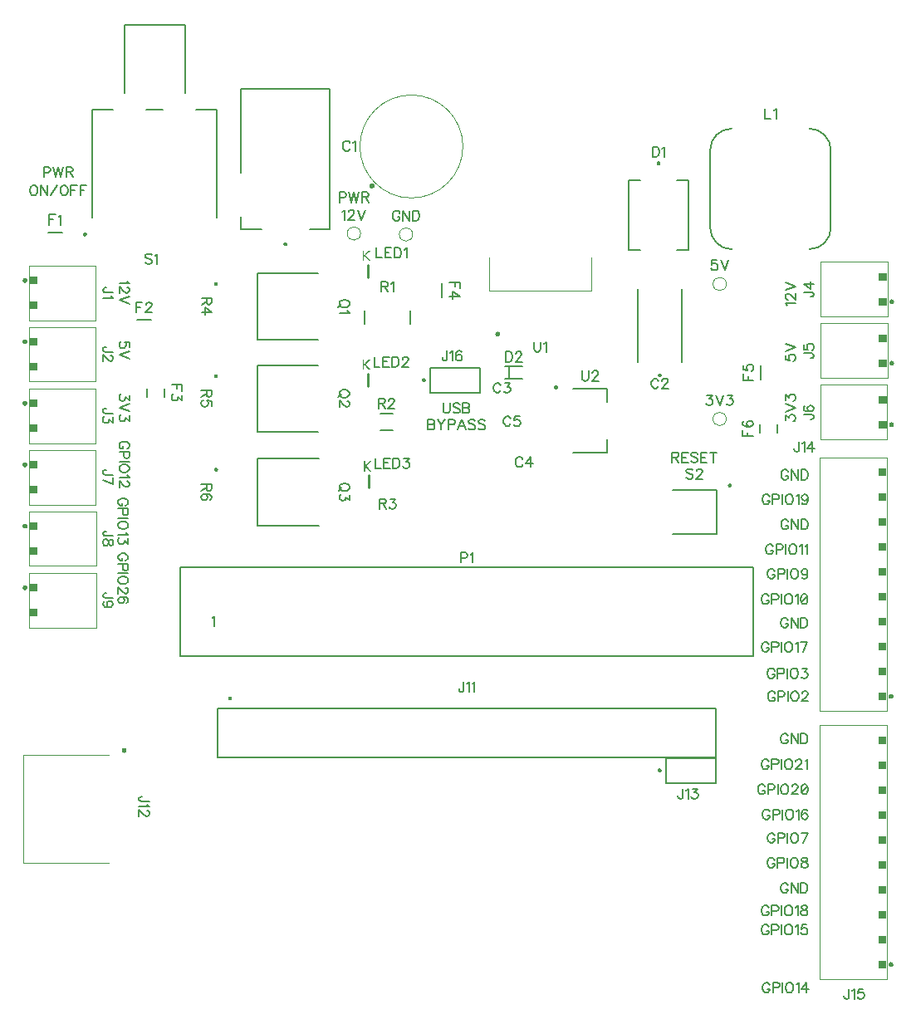
<source format=gbr>
G04 DipTrace 4.3.0.5*
G04 TopSilk.gbr*
%MOIN*%
G04 #@! TF.FileFunction,Legend,Top*
G04 #@! TF.Part,Single*
%ADD10C,0.009843*%
%ADD13C,0.004724*%
%ADD26C,0.005*%
%ADD30C,0.008005*%
%ADD39C,0.007874*%
%ADD166C,0.006176*%
%FSLAX26Y26*%
G04*
G70*
G90*
G75*
G01*
G04 TopSilk*
%LPD*%
X1749377Y3840111D2*
D13*
G02X1749377Y3840111I206693J0D01*
G01*
G36*
X1797945Y3672144D2*
X1796661Y3672228D1*
X1795398Y3672479D1*
X1794179Y3672893D1*
X1793024Y3673462D1*
X1791954Y3674177D1*
X1790986Y3675026D1*
X1790137Y3675994D1*
X1789422Y3677065D1*
X1788852Y3678220D1*
X1788438Y3679439D1*
X1788187Y3680701D1*
X1788103Y3681986D1*
X1788187Y3683271D1*
X1788438Y3684534D1*
X1788852Y3685753D1*
X1789422Y3686907D1*
X1790137Y3687978D1*
X1790986Y3688946D1*
X1791954Y3689795D1*
X1793024Y3690510D1*
X1794179Y3691079D1*
X1795398Y3691493D1*
X1796661Y3691744D1*
X1797945Y3691829D1*
D1*
X1799230Y3691744D1*
X1800493Y3691493D1*
X1801712Y3691079D1*
X1802867Y3690510D1*
X1803937Y3689795D1*
X1804905Y3688946D1*
X1805754Y3687978D1*
X1806469Y3686907D1*
X1807039Y3685753D1*
X1807453Y3684534D1*
X1807704Y3683271D1*
X1807788Y3681986D1*
X1807704Y3680701D1*
X1807453Y3679439D1*
X1807039Y3678220D1*
X1806469Y3677065D1*
X1805754Y3675994D1*
X1804905Y3675026D1*
X1803937Y3674177D1*
X1802867Y3673462D1*
X1801712Y3672893D1*
X1800493Y3672479D1*
X1799230Y3672228D1*
X1797945Y3672144D1*
D1*
G37*
X2864602Y2973821D2*
D26*
X2864595Y3269097D1*
X3041767Y2973825D2*
X3041761Y3269101D1*
G36*
X2953186Y2913587D2*
X2952158Y2913654D1*
X2951148Y2913855D1*
X2950172Y2914186D1*
X2949249Y2914642D1*
X2948392Y2915214D1*
X2947618Y2915893D1*
X2946939Y2916668D1*
X2946367Y2917524D1*
X2945911Y2918448D1*
X2945580Y2919423D1*
X2945379Y2920433D1*
X2945312Y2921461D1*
X2945379Y2922489D1*
X2945580Y2923499D1*
X2945911Y2924474D1*
X2946366Y2925398D1*
X2946939Y2926254D1*
X2947618Y2927029D1*
X2948392Y2927708D1*
X2949248Y2928280D1*
X2950172Y2928736D1*
X2951147Y2929067D1*
X2952158Y2929268D1*
X2953185Y2929335D1*
D1*
X2954213Y2929268D1*
X2955223Y2929067D1*
X2956199Y2928736D1*
X2957122Y2928280D1*
X2957979Y2927708D1*
X2958753Y2927029D1*
X2959432Y2926255D1*
X2960005Y2925398D1*
X2960460Y2924475D1*
X2960791Y2923499D1*
X2960992Y2922489D1*
X2961060Y2921461D1*
X2960992Y2920434D1*
X2960791Y2919423D1*
X2960460Y2918448D1*
X2960005Y2917524D1*
X2959433Y2916668D1*
X2958753Y2915894D1*
X2957979Y2915214D1*
X2957123Y2914642D1*
X2956199Y2914187D1*
X2955224Y2913855D1*
X2954213Y2913655D1*
X2953186Y2913587D1*
D1*
G37*
X3020913Y3705565D2*
D26*
X3068209D1*
Y3426037D1*
X3020913D1*
X2875348Y3705565D2*
X2828052D1*
Y3426037D1*
X2875348D1*
G36*
X2948130Y3780368D2*
X2949158Y3780301D1*
X2950168Y3780100D1*
X2951144Y3779769D1*
X2952067Y3779313D1*
X2952924Y3778741D1*
X2953698Y3778062D1*
X2954377Y3777287D1*
X2954950Y3776431D1*
X2955405Y3775507D1*
X2955736Y3774532D1*
X2955937Y3773522D1*
X2956004Y3772494D1*
X2955937Y3771466D1*
X2955736Y3770456D1*
X2955405Y3769481D1*
X2954950Y3768557D1*
X2954377Y3767701D1*
X2953698Y3766926D1*
X2952924Y3766247D1*
X2952067Y3765675D1*
X2951144Y3765219D1*
X2950168Y3764888D1*
X2949158Y3764687D1*
X2948130Y3764620D1*
D1*
X2947103Y3764687D1*
X2946093Y3764888D1*
X2945117Y3765219D1*
X2944193Y3765675D1*
X2943337Y3766247D1*
X2942563Y3766926D1*
X2941884Y3767701D1*
X2941311Y3768557D1*
X2940856Y3769481D1*
X2940525Y3770456D1*
X2940324Y3771466D1*
X2940256Y3772494D1*
X2940324Y3773522D1*
X2940525Y3774532D1*
X2940856Y3775507D1*
X2941311Y3776431D1*
X2941884Y3777287D1*
X2942563Y3778062D1*
X2943337Y3778741D1*
X2944193Y3779313D1*
X2945117Y3779769D1*
X2946093Y3780100D1*
X2947103Y3780301D1*
X2948130Y3780368D1*
D1*
G37*
X2331697Y2957822D2*
D30*
X2347445D1*
X2402564D1*
X2331697Y2906641D2*
X2347445D1*
X2402564D1*
X2347445Y2957822D2*
Y2906641D1*
X554684Y3495767D2*
D26*
X497598D1*
X911903Y3144117D2*
X854817D1*
X965429Y2867894D2*
X965430Y2835610D1*
X895351Y2867892D2*
Y2835609D1*
X2079277Y3233109D2*
X2079275Y3290196D1*
X3358745Y2962794D2*
Y2905708D1*
X3354990Y2692109D2*
Y2724392D1*
X3425069Y2692110D2*
X3425068Y2724394D1*
X689610Y3362329D2*
D13*
X421894Y3362299D1*
X421918Y3142614D1*
X689635Y3142644D1*
X689610Y3362329D1*
G36*
X455514Y3318154D2*
X424004Y3318151D1*
X424007Y3286765D1*
X455518Y3286769D1*
X455514Y3318154D1*
G37*
G36*
X455525Y3218238D2*
X424015Y3218235D1*
X424018Y3186740D1*
X455529Y3186744D1*
X455525Y3218238D1*
G37*
G36*
X404969Y3312297D2*
X406254Y3312213D1*
X407516Y3311962D1*
X408736Y3311548D1*
X409890Y3310979D1*
X410961Y3310264D1*
X411929Y3309415D1*
X412778Y3308447D1*
X413493Y3307377D1*
X414063Y3306222D1*
X414477Y3305003D1*
X414728Y3303740D1*
X414813Y3302456D1*
X414728Y3301171D1*
X414477Y3299908D1*
X414064Y3298689D1*
X413494Y3297534D1*
X412779Y3296464D1*
X411931Y3295496D1*
X410963Y3294647D1*
X409892Y3293931D1*
X408738Y3293362D1*
X407519Y3292948D1*
X406256Y3292696D1*
X404971Y3292612D1*
D1*
X403686Y3292696D1*
X402424Y3292947D1*
X401204Y3293361D1*
X400050Y3293930D1*
X398979Y3294645D1*
X398011Y3295494D1*
X397162Y3296462D1*
X396447Y3297532D1*
X395877Y3298687D1*
X395463Y3299906D1*
X395212Y3301169D1*
X395128Y3302453D1*
X395212Y3303738D1*
X395463Y3305001D1*
X395876Y3306220D1*
X396446Y3307375D1*
X397161Y3308445D1*
X398010Y3309413D1*
X398977Y3310262D1*
X400048Y3310978D1*
X401202Y3311547D1*
X402422Y3311961D1*
X403684Y3312213D1*
X404969Y3312297D1*
D1*
G37*
X689537Y3116053D2*
D13*
X421821D1*
Y2896368D1*
X689537D1*
Y3116053D1*
G36*
X455436Y3071905D2*
X423926D1*
Y3040519D1*
X455436D1*
Y3071905D1*
G37*
G36*
Y2971989D2*
X423926D1*
Y2940494D1*
X455436D1*
Y2971989D1*
G37*
G36*
X404890Y3066053D2*
X406175Y3065969D1*
X407438Y3065718D1*
X408657Y3065304D1*
X409812Y3064734D1*
X410882Y3064019D1*
X411850Y3063170D1*
X412699Y3062202D1*
X413414Y3061132D1*
X413984Y3059977D1*
X414397Y3058758D1*
X414649Y3057495D1*
X414733Y3056210D1*
X414649Y3054926D1*
X414397Y3053663D1*
X413984Y3052444D1*
X413414Y3051289D1*
X412699Y3050219D1*
X411850Y3049251D1*
X410882Y3048402D1*
X409812Y3047687D1*
X408657Y3047117D1*
X407438Y3046703D1*
X406175Y3046452D1*
X404890Y3046368D1*
D1*
X403606Y3046452D1*
X402343Y3046703D1*
X401124Y3047117D1*
X399969Y3047687D1*
X398899Y3048402D1*
X397931Y3049251D1*
X397082Y3050219D1*
X396366Y3051289D1*
X395797Y3052444D1*
X395383Y3053663D1*
X395132Y3054926D1*
X395048Y3056210D1*
X395132Y3057495D1*
X395383Y3058758D1*
X395797Y3059977D1*
X396366Y3061132D1*
X397082Y3062202D1*
X397931Y3063170D1*
X398899Y3064019D1*
X399969Y3064734D1*
X401124Y3065304D1*
X402343Y3065718D1*
X403606Y3065969D1*
X404890Y3066053D1*
D1*
G37*
X689547Y2869308D2*
D13*
X421831Y2869278D1*
X421855Y2649593D1*
X689572Y2649623D1*
X689547Y2869308D1*
G36*
X455451Y2825133D2*
X423941Y2825130D1*
X423944Y2793744D1*
X455455Y2793748D1*
X455451Y2825133D1*
G37*
G36*
X455462Y2725217D2*
X423952Y2725214D1*
X423955Y2693719D1*
X455466Y2693723D1*
X455462Y2725217D1*
G37*
G36*
X404906Y2819276D2*
X406191Y2819192D1*
X407453Y2818941D1*
X408673Y2818527D1*
X409827Y2817958D1*
X410898Y2817243D1*
X411866Y2816394D1*
X412715Y2815426D1*
X413430Y2814356D1*
X414000Y2813201D1*
X414414Y2811982D1*
X414665Y2810719D1*
X414750Y2809435D1*
X414666Y2808150D1*
X414414Y2806887D1*
X414001Y2805668D1*
X413431Y2804513D1*
X412716Y2803443D1*
X411868Y2802475D1*
X410900Y2801626D1*
X409829Y2800910D1*
X408675Y2800341D1*
X407456Y2799927D1*
X406193Y2799675D1*
X404908Y2799591D1*
D1*
X403623Y2799675D1*
X402361Y2799926D1*
X401141Y2800340D1*
X399987Y2800909D1*
X398916Y2801624D1*
X397948Y2802473D1*
X397099Y2803441D1*
X396384Y2804511D1*
X395814Y2805666D1*
X395400Y2806885D1*
X395149Y2808148D1*
X395065Y2809432D1*
X395149Y2810717D1*
X395400Y2811980D1*
X395813Y2813199D1*
X396383Y2814354D1*
X397098Y2815424D1*
X397947Y2816392D1*
X398914Y2817241D1*
X399985Y2817957D1*
X401139Y2818526D1*
X402359Y2818940D1*
X403621Y2819192D1*
X404906Y2819276D1*
D1*
G37*
X3598784Y3157039D2*
D13*
X3866501D1*
Y3376724D1*
X3598784D1*
Y3157039D1*
G36*
X3832885Y3201187D2*
X3864396D1*
Y3232573D1*
X3832885D1*
Y3201187D1*
G37*
G36*
Y3301103D2*
X3864396D1*
Y3332598D1*
X3832885D1*
Y3301103D1*
G37*
G36*
X3883431Y3207039D2*
X3882146Y3207123D1*
X3880884Y3207374D1*
X3879664Y3207788D1*
X3878510Y3208357D1*
X3877439Y3209073D1*
X3876471Y3209921D1*
X3875622Y3210889D1*
X3874907Y3211960D1*
X3874338Y3213115D1*
X3873924Y3214334D1*
X3873673Y3215596D1*
X3873588Y3216881D1*
X3873673Y3218166D1*
X3873924Y3219429D1*
X3874338Y3220648D1*
X3874907Y3221802D1*
X3875622Y3222873D1*
X3876471Y3223841D1*
X3877439Y3224690D1*
X3878510Y3225405D1*
X3879664Y3225974D1*
X3880884Y3226388D1*
X3882146Y3226639D1*
X3883431Y3226724D1*
D1*
X3884716Y3226639D1*
X3885978Y3226388D1*
X3887198Y3225974D1*
X3888352Y3225405D1*
X3889423Y3224690D1*
X3890391Y3223841D1*
X3891240Y3222873D1*
X3891955Y3221802D1*
X3892524Y3220648D1*
X3892938Y3219429D1*
X3893189Y3218166D1*
X3893273Y3216881D1*
X3893189Y3215596D1*
X3892938Y3214334D1*
X3892524Y3213115D1*
X3891955Y3211960D1*
X3891240Y3210889D1*
X3890391Y3209921D1*
X3889423Y3209073D1*
X3888352Y3208357D1*
X3887198Y3207788D1*
X3885978Y3207374D1*
X3884716Y3207123D1*
X3883431Y3207039D1*
D1*
G37*
X3598995Y2910277D2*
D13*
X3866712D1*
Y3129962D1*
X3598995D1*
Y2910277D1*
G36*
X3833096Y2954426D2*
X3864607D1*
Y2985812D1*
X3833096D1*
Y2954426D1*
G37*
G36*
Y3054342D2*
X3864607D1*
Y3085836D1*
X3833096D1*
Y3054342D1*
G37*
G36*
X3883642Y2960277D2*
X3882358Y2960362D1*
X3881095Y2960613D1*
X3879876Y2961027D1*
X3878721Y2961596D1*
X3877651Y2962311D1*
X3876683Y2963160D1*
X3875834Y2964128D1*
X3875118Y2965199D1*
X3874549Y2966353D1*
X3874135Y2967573D1*
X3873884Y2968835D1*
X3873800Y2970120D1*
X3873884Y2971405D1*
X3874135Y2972667D1*
X3874549Y2973887D1*
X3875118Y2975041D1*
X3875834Y2976112D1*
X3876683Y2977080D1*
X3877651Y2977929D1*
X3878721Y2978644D1*
X3879876Y2979213D1*
X3881095Y2979627D1*
X3882358Y2979878D1*
X3883642Y2979962D1*
D1*
X3884927Y2979878D1*
X3886190Y2979627D1*
X3887409Y2979213D1*
X3888564Y2978644D1*
X3889634Y2977929D1*
X3890602Y2977080D1*
X3891451Y2976112D1*
X3892166Y2975041D1*
X3892736Y2973887D1*
X3893149Y2972667D1*
X3893401Y2971405D1*
X3893485Y2970120D1*
X3893401Y2968835D1*
X3893149Y2967573D1*
X3892736Y2966353D1*
X3892166Y2965199D1*
X3891451Y2964128D1*
X3890602Y2963160D1*
X3889634Y2962311D1*
X3888564Y2961596D1*
X3887409Y2961027D1*
X3886190Y2960613D1*
X3884927Y2960362D1*
X3883642Y2960277D1*
D1*
G37*
X3598594Y2663508D2*
D13*
X3866310D1*
Y2883193D1*
X3598594D1*
Y2663508D1*
G36*
X3832695Y2707657D2*
X3864205D1*
Y2739043D1*
X3832695D1*
Y2707657D1*
G37*
G36*
Y2807573D2*
X3864205D1*
Y2839067D1*
X3832695D1*
Y2807573D1*
G37*
G36*
X3883241Y2713508D2*
X3881956Y2713593D1*
X3880693Y2713844D1*
X3879474Y2714258D1*
X3878319Y2714827D1*
X3877249Y2715542D1*
X3876281Y2716391D1*
X3875432Y2717359D1*
X3874717Y2718430D1*
X3874147Y2719584D1*
X3873734Y2720803D1*
X3873482Y2722066D1*
X3873398Y2723351D1*
X3873482Y2724636D1*
X3873734Y2725898D1*
X3874147Y2727117D1*
X3874717Y2728272D1*
X3875432Y2729343D1*
X3876281Y2730311D1*
X3877249Y2731160D1*
X3878319Y2731875D1*
X3879474Y2732444D1*
X3880693Y2732858D1*
X3881956Y2733109D1*
X3883241Y2733193D1*
D1*
X3884525Y2733109D1*
X3885788Y2732858D1*
X3887007Y2732444D1*
X3888162Y2731875D1*
X3889232Y2731160D1*
X3890200Y2730311D1*
X3891049Y2729343D1*
X3891765Y2728272D1*
X3892334Y2727117D1*
X3892748Y2725898D1*
X3892999Y2724636D1*
X3893083Y2723351D1*
X3892999Y2722066D1*
X3892748Y2720803D1*
X3892334Y2719584D1*
X3891765Y2718430D1*
X3891049Y2717359D1*
X3890200Y2716391D1*
X3889232Y2715542D1*
X3888162Y2714827D1*
X3887007Y2714258D1*
X3885788Y2713844D1*
X3884525Y2713593D1*
X3883241Y2713508D1*
D1*
G37*
X689226Y2622462D2*
D13*
X421510D1*
Y2402777D1*
X689226D1*
Y2622462D1*
G36*
X455125Y2578314D2*
X423615D1*
Y2546928D1*
X455125D1*
Y2578314D1*
G37*
G36*
Y2478398D2*
X423615D1*
Y2446903D1*
X455125D1*
Y2478398D1*
G37*
G36*
X404579Y2572462D2*
X405864Y2572378D1*
X407127Y2572127D1*
X408346Y2571713D1*
X409501Y2571144D1*
X410571Y2570429D1*
X411539Y2569580D1*
X412388Y2568612D1*
X413103Y2567541D1*
X413673Y2566387D1*
X414086Y2565167D1*
X414338Y2563905D1*
X414422Y2562620D1*
X414338Y2561335D1*
X414086Y2560073D1*
X413673Y2558853D1*
X413103Y2557699D1*
X412388Y2556628D1*
X411539Y2555660D1*
X410571Y2554811D1*
X409501Y2554096D1*
X408346Y2553527D1*
X407127Y2553113D1*
X405864Y2552862D1*
X404579Y2552777D1*
D1*
X403295Y2552862D1*
X402032Y2553113D1*
X400813Y2553527D1*
X399658Y2554096D1*
X398588Y2554811D1*
X397620Y2555660D1*
X396771Y2556628D1*
X396055Y2557699D1*
X395486Y2558853D1*
X395072Y2560073D1*
X394821Y2561335D1*
X394737Y2562620D1*
X394821Y2563905D1*
X395072Y2565167D1*
X395486Y2566387D1*
X396055Y2567541D1*
X396771Y2568612D1*
X397620Y2569580D1*
X398588Y2570429D1*
X399658Y2571144D1*
X400813Y2571713D1*
X402032Y2572127D1*
X403295Y2572378D1*
X404579Y2572462D1*
D1*
G37*
X690018Y2376333D2*
D13*
X422301D1*
Y2156648D1*
X690018D1*
Y2376333D1*
G36*
X455917Y2332184D2*
X424406D1*
Y2300798D1*
X455917D1*
Y2332184D1*
G37*
G36*
Y2232268D2*
X424406D1*
Y2200773D1*
X455917D1*
Y2232268D1*
G37*
G36*
X405371Y2326333D2*
X406655Y2326248D1*
X407918Y2325997D1*
X409137Y2325583D1*
X410292Y2325014D1*
X411362Y2324299D1*
X412330Y2323450D1*
X413179Y2322482D1*
X413894Y2321411D1*
X414464Y2320257D1*
X414878Y2319037D1*
X415129Y2317775D1*
X415213Y2316490D1*
X415129Y2315205D1*
X414878Y2313943D1*
X414464Y2312723D1*
X413894Y2311569D1*
X413179Y2310498D1*
X412330Y2309530D1*
X411362Y2308681D1*
X410292Y2307966D1*
X409137Y2307397D1*
X407918Y2306983D1*
X406655Y2306732D1*
X405371Y2306648D1*
D1*
X404086Y2306732D1*
X402823Y2306983D1*
X401604Y2307397D1*
X400449Y2307966D1*
X399379Y2308681D1*
X398411Y2309530D1*
X397562Y2310498D1*
X396847Y2311569D1*
X396277Y2312723D1*
X395863Y2313943D1*
X395612Y2315205D1*
X395528Y2316490D1*
X395612Y2317775D1*
X395863Y2319037D1*
X396277Y2320257D1*
X396847Y2321411D1*
X397562Y2322482D1*
X398411Y2323450D1*
X399379Y2324299D1*
X400449Y2325014D1*
X401604Y2325583D1*
X402823Y2325997D1*
X404086Y2326248D1*
X405371Y2326333D1*
D1*
G37*
X689826Y2128932D2*
D13*
X422109D1*
Y1909247D1*
X689826D1*
Y2128932D1*
G36*
X455725Y2084784D2*
X424214D1*
Y2053398D1*
X455725D1*
Y2084784D1*
G37*
G36*
Y1984868D2*
X424214D1*
Y1953373D1*
X455725D1*
Y1984868D1*
G37*
G36*
X405179Y2078932D2*
X406464Y2078848D1*
X407726Y2078597D1*
X408946Y2078183D1*
X410100Y2077614D1*
X411171Y2076898D1*
X412139Y2076049D1*
X412988Y2075082D1*
X413703Y2074011D1*
X414272Y2072856D1*
X414686Y2071637D1*
X414937Y2070374D1*
X415022Y2069090D1*
X414937Y2067805D1*
X414686Y2066542D1*
X414272Y2065323D1*
X413703Y2064169D1*
X412988Y2063098D1*
X412139Y2062130D1*
X411171Y2061281D1*
X410100Y2060566D1*
X408946Y2059996D1*
X407726Y2059583D1*
X406464Y2059331D1*
X405179Y2059247D1*
D1*
X403894Y2059331D1*
X402632Y2059583D1*
X401412Y2059996D1*
X400258Y2060566D1*
X399187Y2061281D1*
X398219Y2062130D1*
X397370Y2063098D1*
X396655Y2064169D1*
X396086Y2065323D1*
X395672Y2066542D1*
X395421Y2067805D1*
X395336Y2069090D1*
X395421Y2070374D1*
X395672Y2071637D1*
X396086Y2072856D1*
X396655Y2074011D1*
X397370Y2075082D1*
X398219Y2076049D1*
X399187Y2076898D1*
X400258Y2077614D1*
X401412Y2078183D1*
X402632Y2078597D1*
X403894Y2078848D1*
X405179Y2078932D1*
D1*
G37*
X1546677Y3507135D2*
D39*
X1627385D1*
Y4070127D2*
X1273055D1*
Y3733513D1*
X1353763Y3507135D2*
X1273055D1*
Y3556348D1*
X1627385Y4070127D2*
Y3507135D1*
G36*
X1458094Y3448080D2*
X1458027Y3447052D1*
X1457826Y3446042D1*
X1457495Y3445067D1*
X1457039Y3444143D1*
X1456467Y3443286D1*
X1455788Y3442512D1*
X1455013Y3441833D1*
X1454157Y3441261D1*
X1453233Y3440805D1*
X1452258Y3440474D1*
X1451248Y3440273D1*
X1450220Y3440206D1*
X1449192Y3440273D1*
X1448182Y3440474D1*
X1447207Y3440805D1*
X1446283Y3441261D1*
X1445427Y3441833D1*
X1444652Y3442512D1*
X1443973Y3443286D1*
X1443401Y3444143D1*
X1442945Y3445067D1*
X1442614Y3446042D1*
X1442413Y3447052D1*
X1442346Y3448080D1*
D1*
X1442413Y3449108D1*
X1442614Y3450118D1*
X1442945Y3451093D1*
X1443401Y3452017D1*
X1443973Y3452873D1*
X1444652Y3453648D1*
X1445427Y3454327D1*
X1446283Y3454899D1*
X1447207Y3455354D1*
X1448182Y3455686D1*
X1449192Y3455886D1*
X1450220Y3455954D1*
X1451248Y3455886D1*
X1452258Y3455686D1*
X1453233Y3455354D1*
X1454157Y3454899D1*
X1455013Y3454327D1*
X1455788Y3453648D1*
X1456467Y3452873D1*
X1457039Y3452017D1*
X1457495Y3451093D1*
X1457826Y3450118D1*
X1458027Y3449108D1*
X1458094Y3448080D1*
D1*
G37*
X1178150Y1386926D2*
D26*
Y1584957D1*
X3178150D1*
Y1386926D1*
X1178150D1*
G36*
X1228150Y1616453D2*
X1227122Y1616521D1*
X1226112Y1616722D1*
X1225137Y1617053D1*
X1224213Y1617508D1*
X1223357Y1618080D1*
X1222582Y1618760D1*
X1221903Y1619534D1*
X1221331Y1620390D1*
X1220875Y1621314D1*
X1220544Y1622289D1*
X1220343Y1623300D1*
X1220276Y1624327D1*
X1220343Y1625355D1*
X1220544Y1626365D1*
X1220875Y1627341D1*
X1221331Y1628264D1*
X1221903Y1629121D1*
X1222582Y1629895D1*
X1223357Y1630574D1*
X1224213Y1631146D1*
X1225137Y1631602D1*
X1226112Y1631933D1*
X1227122Y1632134D1*
X1228150Y1632201D1*
D1*
X1229178Y1632134D1*
X1230188Y1631933D1*
X1231163Y1631602D1*
X1232087Y1631146D1*
X1232944Y1630574D1*
X1233718Y1629895D1*
X1234397Y1629121D1*
X1234969Y1628264D1*
X1235425Y1627341D1*
X1235756Y1626365D1*
X1235957Y1625355D1*
X1236024Y1624327D1*
X1235957Y1623300D1*
X1235756Y1622289D1*
X1235425Y1621314D1*
X1234969Y1620390D1*
X1234397Y1619534D1*
X1233718Y1618760D1*
X1232944Y1618080D1*
X1232087Y1617508D1*
X1231163Y1617053D1*
X1230188Y1616722D1*
X1229178Y1616521D1*
X1228150Y1616453D1*
D1*
G37*
X739909Y1399140D2*
D13*
X399357D1*
Y965281D1*
X739909D1*
G36*
X802901Y1425911D2*
X804185Y1425827D1*
X805448Y1425576D1*
X806667Y1425162D1*
X807822Y1424593D1*
X808893Y1423877D1*
X809860Y1423028D1*
X810709Y1422061D1*
X811425Y1420990D1*
X811994Y1419835D1*
X812408Y1418616D1*
X812659Y1417353D1*
X812743Y1416069D1*
X812659Y1414784D1*
X812408Y1413521D1*
X811994Y1412302D1*
X811425Y1411148D1*
X810709Y1410077D1*
X809860Y1409109D1*
X808893Y1408260D1*
X807822Y1407545D1*
X806667Y1406975D1*
X805448Y1406562D1*
X804185Y1406310D1*
X802901Y1406226D1*
D1*
X801616Y1406310D1*
X800353Y1406562D1*
X799134Y1406975D1*
X797980Y1407545D1*
X796909Y1408260D1*
X795941Y1409109D1*
X795092Y1410077D1*
X794377Y1411148D1*
X793807Y1412302D1*
X793394Y1413521D1*
X793142Y1414784D1*
X793058Y1416069D1*
X793142Y1417353D1*
X793394Y1418616D1*
X793807Y1419835D1*
X794377Y1420990D1*
X795092Y1422061D1*
X795941Y1423028D1*
X796909Y1423877D1*
X797980Y1424593D1*
X799134Y1425162D1*
X800353Y1425576D1*
X801616Y1425827D1*
X802901Y1425911D1*
D1*
G37*
X2978132Y1285881D2*
D26*
Y1385881D1*
X3178132D2*
Y1285881D1*
Y1385881D2*
X2978132D1*
X3178132Y1285881D2*
X2978132D1*
G36*
X2944667Y1335881D2*
X2944735Y1336909D1*
X2944935Y1337919D1*
X2945267Y1338894D1*
X2945722Y1339818D1*
X2946294Y1340674D1*
X2946973Y1341449D1*
X2947748Y1342128D1*
X2948604Y1342700D1*
X2949528Y1343156D1*
X2950503Y1343487D1*
X2951513Y1343688D1*
X2952541Y1343755D1*
X2953569Y1343688D1*
X2954579Y1343487D1*
X2955554Y1343156D1*
X2956478Y1342700D1*
X2957335Y1342128D1*
X2958109Y1341449D1*
X2958788Y1340674D1*
X2959360Y1339818D1*
X2959816Y1338894D1*
X2960147Y1337919D1*
X2960348Y1336909D1*
X2960415Y1335881D1*
D1*
X2960348Y1334853D1*
X2960147Y1333843D1*
X2959816Y1332868D1*
X2959360Y1331944D1*
X2958788Y1331088D1*
X2958109Y1330313D1*
X2957335Y1329634D1*
X2956478Y1329062D1*
X2955554Y1328606D1*
X2954579Y1328275D1*
X2953569Y1328074D1*
X2952541Y1328007D1*
X2951513Y1328074D1*
X2950503Y1328275D1*
X2949528Y1328606D1*
X2948604Y1329062D1*
X2947748Y1329634D1*
X2946973Y1330313D1*
X2946294Y1331088D1*
X2945722Y1331944D1*
X2945267Y1332868D1*
X2944935Y1333843D1*
X2944735Y1334853D1*
X2944667Y1335881D1*
D1*
G37*
X3596214Y1573199D2*
D13*
X3863932D1*
Y2592884D1*
X3596214D1*
Y1573199D1*
G36*
X3830314Y1617357D2*
X3861825D1*
Y1648716D1*
X3830314D1*
Y1617357D1*
G37*
G36*
Y1717234D2*
X3861825D1*
Y1748796D1*
X3830314D1*
Y1717234D1*
G37*
G36*
X3830708Y1817708D2*
X3862218D1*
Y1849167D1*
X3830708D1*
Y1817708D1*
G37*
G36*
X3830314Y1917394D2*
X3861825D1*
Y1948855D1*
X3830314D1*
Y1917394D1*
G37*
G36*
Y2017271D2*
X3861825D1*
Y2048731D1*
X3830314D1*
Y2017271D1*
G37*
G36*
Y2117351D2*
X3861825D1*
Y2148812D1*
X3830314D1*
Y2117351D1*
G37*
G36*
Y2217330D2*
X3861825D1*
Y2248688D1*
X3830314D1*
Y2217330D1*
G37*
G36*
Y2317309D2*
X3861825D1*
Y2348768D1*
X3830314D1*
Y2317309D1*
G37*
G36*
Y2417287D2*
X3861825D1*
Y2448848D1*
X3830314D1*
Y2417287D1*
G37*
G36*
Y2517266D2*
X3861825D1*
Y2548725D1*
X3830314D1*
Y2517266D1*
G37*
G36*
X3880860Y1623199D2*
X3879575Y1623283D1*
X3878313Y1623534D1*
X3877094Y1623948D1*
X3875939Y1624517D1*
X3874868Y1625233D1*
X3873900Y1626081D1*
X3873052Y1627049D1*
X3872336Y1628120D1*
X3871767Y1629275D1*
X3871353Y1630494D1*
X3871102Y1631757D1*
X3871018Y1633041D1*
X3871102Y1634326D1*
X3871353Y1635589D1*
X3871767Y1636808D1*
X3872336Y1637962D1*
X3873052Y1639033D1*
X3873900Y1640001D1*
X3874868Y1640850D1*
X3875939Y1641565D1*
X3877094Y1642135D1*
X3878313Y1642548D1*
X3879575Y1642800D1*
X3880860Y1642884D1*
D1*
X3882145Y1642800D1*
X3883408Y1642548D1*
X3884627Y1642135D1*
X3885781Y1641565D1*
X3886852Y1640850D1*
X3887820Y1640001D1*
X3888669Y1639033D1*
X3889384Y1637962D1*
X3889953Y1636808D1*
X3890367Y1635589D1*
X3890618Y1634326D1*
X3890703Y1633041D1*
X3890618Y1631757D1*
X3890367Y1630494D1*
X3889953Y1629275D1*
X3889384Y1628120D1*
X3888669Y1627049D1*
X3887820Y1626081D1*
X3886852Y1625233D1*
X3885781Y1624517D1*
X3884627Y1623948D1*
X3883408Y1623534D1*
X3882145Y1623283D1*
X3880860Y1623199D1*
D1*
G37*
X3595764Y496829D2*
D13*
X3863482D1*
Y1516514D1*
X3595764D1*
Y496829D1*
G36*
X3829864Y540987D2*
X3861375D1*
Y572346D1*
X3829864D1*
Y540987D1*
G37*
G36*
Y640864D2*
X3861375D1*
Y672426D1*
X3829864D1*
Y640864D1*
G37*
G36*
X3830258Y741338D2*
X3861768D1*
Y772797D1*
X3830258D1*
Y741338D1*
G37*
G36*
X3829864Y841024D2*
X3861375D1*
Y872485D1*
X3829864D1*
Y841024D1*
G37*
G36*
Y940901D2*
X3861375D1*
Y972361D1*
X3829864D1*
Y940901D1*
G37*
G36*
Y1040981D2*
X3861375D1*
Y1072441D1*
X3829864D1*
Y1040981D1*
G37*
G36*
Y1140960D2*
X3861375D1*
Y1172318D1*
X3829864D1*
Y1140960D1*
G37*
G36*
Y1240939D2*
X3861375D1*
Y1272398D1*
X3829864D1*
Y1240939D1*
G37*
G36*
Y1340917D2*
X3861375D1*
Y1372478D1*
X3829864D1*
Y1340917D1*
G37*
G36*
Y1440896D2*
X3861375D1*
Y1472355D1*
X3829864D1*
Y1440896D1*
G37*
G36*
X3880410Y546829D2*
X3879125Y546913D1*
X3877863Y547164D1*
X3876643Y547578D1*
X3875489Y548147D1*
X3874418Y548863D1*
X3873450Y549711D1*
X3872601Y550679D1*
X3871886Y551750D1*
X3871317Y552905D1*
X3870903Y554124D1*
X3870652Y555386D1*
X3870567Y556671D1*
X3870652Y557956D1*
X3870903Y559219D1*
X3871317Y560438D1*
X3871886Y561592D1*
X3872601Y562663D1*
X3873450Y563631D1*
X3874418Y564480D1*
X3875489Y565195D1*
X3876643Y565764D1*
X3877863Y566178D1*
X3879125Y566429D1*
X3880410Y566514D1*
D1*
X3881695Y566429D1*
X3882957Y566178D1*
X3884177Y565764D1*
X3885331Y565195D1*
X3886402Y564480D1*
X3887370Y563631D1*
X3888219Y562663D1*
X3888934Y561592D1*
X3889503Y560438D1*
X3889917Y559219D1*
X3890168Y557956D1*
X3890252Y556671D1*
X3890168Y555386D1*
X3889917Y554124D1*
X3889503Y552905D1*
X3888934Y551750D1*
X3888219Y550679D1*
X3887370Y549711D1*
X3886402Y548863D1*
X3885331Y548147D1*
X3884177Y547578D1*
X3882957Y547164D1*
X3881695Y546913D1*
X3880410Y546829D1*
D1*
G37*
X2031561Y2851920D2*
D26*
Y2951920D1*
X2231561D2*
Y2851920D1*
Y2951920D2*
X2031561D1*
X2231561Y2851920D2*
X2031561D1*
G36*
X1998096Y2901920D2*
X1998164Y2902948D1*
X1998365Y2903958D1*
X1998696Y2904934D1*
X1999151Y2905857D1*
X1999723Y2906714D1*
X2000403Y2907488D1*
X2001177Y2908167D1*
X2002033Y2908740D1*
X2002957Y2909195D1*
X2003932Y2909526D1*
X2004943Y2909727D1*
X2005970Y2909794D1*
X2006998Y2909727D1*
X2008008Y2909526D1*
X2008984Y2909195D1*
X2009907Y2908740D1*
X2010764Y2908167D1*
X2011538Y2907488D1*
X2012217Y2906714D1*
X2012789Y2905857D1*
X2013245Y2904934D1*
X2013576Y2903958D1*
X2013777Y2902948D1*
X2013844Y2901920D1*
D1*
X2013777Y2900893D1*
X2013576Y2899883D1*
X2013245Y2898907D1*
X2012789Y2897983D1*
X2012217Y2897127D1*
X2011538Y2896353D1*
X2010764Y2895674D1*
X2009907Y2895101D1*
X2008984Y2894646D1*
X2008008Y2894315D1*
X2006998Y2894114D1*
X2005970Y2894046D1*
X2004943Y2894114D1*
X2003932Y2894315D1*
X2002957Y2894646D1*
X2002033Y2895101D1*
X2001177Y2895674D1*
X2000403Y2896353D1*
X1999723Y2897127D1*
X1999151Y2897983D1*
X1998696Y2898907D1*
X1998365Y2899883D1*
X1998164Y2900893D1*
X1998096Y2901920D1*
D1*
G37*
X3155214Y3825382D2*
D26*
G02X3241829Y3911997I86610J4D01*
G01*
X3552852D2*
G02X3639466Y3825382I4J-86610D01*
G01*
Y3514359D2*
G02X3552852Y3427745I-86610J-4D01*
G01*
X3241829D2*
G02X3155214Y3514359I-4J86610D01*
G01*
X3639466Y3825382D2*
Y3514359D1*
X3155214D2*
Y3825382D1*
X1782058Y3315182D2*
D10*
Y3366323D1*
X1781978Y2877493D2*
Y2928634D1*
X1785728Y2470930D2*
Y2522071D1*
X1027624Y2151396D2*
D26*
X3329199D1*
Y1793128D1*
X1027624D1*
Y2151396D1*
G36*
X1171675Y3296444D2*
X1172703Y3296377D1*
X1173713Y3296176D1*
X1174688Y3295845D1*
X1175612Y3295389D1*
X1176468Y3294817D1*
X1177243Y3294138D1*
X1177922Y3293363D1*
X1178494Y3292507D1*
X1178950Y3291583D1*
X1179281Y3290608D1*
X1179482Y3289598D1*
X1179549Y3288570D1*
X1179482Y3287542D1*
X1179281Y3286532D1*
X1178950Y3285557D1*
X1178494Y3284633D1*
X1177922Y3283777D1*
X1177243Y3283002D1*
X1176468Y3282323D1*
X1175612Y3281751D1*
X1174688Y3281295D1*
X1173713Y3280964D1*
X1172703Y3280763D1*
X1171675Y3280696D1*
D1*
X1170647Y3280763D1*
X1169637Y3280964D1*
X1168662Y3281295D1*
X1167738Y3281751D1*
X1166882Y3282323D1*
X1166107Y3283002D1*
X1165428Y3283777D1*
X1164856Y3284633D1*
X1164400Y3285557D1*
X1164069Y3286532D1*
X1163868Y3287542D1*
X1163801Y3288570D1*
X1163868Y3289598D1*
X1164069Y3290608D1*
X1164400Y3291583D1*
X1164856Y3292507D1*
X1165428Y3293363D1*
X1166107Y3294138D1*
X1166882Y3294817D1*
X1167738Y3295389D1*
X1168662Y3295845D1*
X1169637Y3296176D1*
X1170647Y3296377D1*
X1171675Y3296444D1*
D1*
G37*
X1582581Y3332428D2*
D26*
X1337699D1*
X1582581Y3064712D2*
X1337699D1*
Y3332428D1*
G36*
X1171444Y2926424D2*
X1172472Y2926357D1*
X1173482Y2926156D1*
X1174457Y2925825D1*
X1175381Y2925369D1*
X1176237Y2924797D1*
X1177012Y2924118D1*
X1177691Y2923344D1*
X1178263Y2922487D1*
X1178719Y2921564D1*
X1179050Y2920588D1*
X1179251Y2919578D1*
X1179318Y2918550D1*
X1179251Y2917523D1*
X1179050Y2916512D1*
X1178719Y2915537D1*
X1178263Y2914613D1*
X1177691Y2913757D1*
X1177012Y2912983D1*
X1176237Y2912304D1*
X1175381Y2911731D1*
X1174457Y2911276D1*
X1173482Y2910945D1*
X1172472Y2910744D1*
X1171444Y2910676D1*
D1*
X1170416Y2910744D1*
X1169406Y2910945D1*
X1168431Y2911276D1*
X1167507Y2911731D1*
X1166651Y2912304D1*
X1165876Y2912983D1*
X1165197Y2913757D1*
X1164625Y2914613D1*
X1164169Y2915537D1*
X1163838Y2916512D1*
X1163637Y2917523D1*
X1163570Y2918550D1*
X1163637Y2919578D1*
X1163838Y2920588D1*
X1164169Y2921564D1*
X1164625Y2922487D1*
X1165197Y2923344D1*
X1165876Y2924118D1*
X1166651Y2924797D1*
X1167507Y2925369D1*
X1168431Y2925825D1*
X1169406Y2926156D1*
X1170416Y2926357D1*
X1171444Y2926424D1*
D1*
G37*
X1582350Y2962409D2*
D26*
X1337468D1*
X1582350Y2694692D2*
X1337468D1*
Y2962409D1*
G36*
X1172195Y2550615D2*
X1173223Y2550547D1*
X1174233Y2550346D1*
X1175208Y2550015D1*
X1176132Y2549560D1*
X1176988Y2548988D1*
X1177763Y2548308D1*
X1178442Y2547534D1*
X1179014Y2546678D1*
X1179469Y2545754D1*
X1179800Y2544779D1*
X1180001Y2543768D1*
X1180069Y2542741D1*
X1180001Y2541713D1*
X1179800Y2540703D1*
X1179469Y2539727D1*
X1179014Y2538804D1*
X1178442Y2537947D1*
X1177763Y2537173D1*
X1176988Y2536494D1*
X1176132Y2535922D1*
X1175208Y2535466D1*
X1174233Y2535135D1*
X1173223Y2534934D1*
X1172195Y2534867D1*
D1*
X1171167Y2534934D1*
X1170157Y2535135D1*
X1169181Y2535466D1*
X1168258Y2535922D1*
X1167401Y2536494D1*
X1166627Y2537173D1*
X1165948Y2537947D1*
X1165376Y2538804D1*
X1164920Y2539727D1*
X1164589Y2540703D1*
X1164388Y2541713D1*
X1164321Y2542741D1*
X1164388Y2543768D1*
X1164589Y2544779D1*
X1164920Y2545754D1*
X1165376Y2546678D1*
X1165948Y2547534D1*
X1166627Y2548308D1*
X1167401Y2548988D1*
X1168258Y2549560D1*
X1169181Y2550015D1*
X1170157Y2550346D1*
X1171167Y2550547D1*
X1172195Y2550615D1*
D1*
G37*
X1583100Y2586599D2*
D26*
X1338218D1*
X1583100Y2318882D2*
X1338218D1*
Y2586599D1*
X1767473Y3127723D2*
X1767468Y3180479D1*
X1952512Y3127742D2*
X1952507Y3180498D1*
X1830132Y2769486D2*
X1882888D1*
X1830132Y2702557D2*
X1882888D1*
X1175600Y3554392D2*
Y3987161D1*
X1092818D1*
X892818D2*
X958382D1*
X758382D2*
X675600D1*
Y3554392D1*
X804144Y4054392D2*
Y4327712D1*
X1047057D2*
Y4054392D1*
X804144Y4327712D2*
X1047057D1*
G36*
X646073Y3479287D2*
X645045Y3479354D1*
X644035Y3479555D1*
X643059Y3479886D1*
X642136Y3480342D1*
X641279Y3480914D1*
X640505Y3481593D1*
X639826Y3482367D1*
X639254Y3483224D1*
X638798Y3484147D1*
X638467Y3485123D1*
X638266Y3486133D1*
X638199Y3487161D1*
X638266Y3488188D1*
X638467Y3489199D1*
X638798Y3490174D1*
X639254Y3491098D1*
X639826Y3491954D1*
X640505Y3492728D1*
X641279Y3493408D1*
X642136Y3493980D1*
X643059Y3494435D1*
X644035Y3494766D1*
X645045Y3494967D1*
X646073Y3495035D1*
D1*
X647100Y3494967D1*
X648111Y3494766D1*
X649086Y3494435D1*
X650010Y3493980D1*
X650866Y3493408D1*
X651640Y3492728D1*
X652320Y3491954D1*
X652892Y3491098D1*
X653347Y3490174D1*
X653678Y3489199D1*
X653879Y3488188D1*
X653947Y3487161D1*
X653879Y3486133D1*
X653678Y3485123D1*
X653347Y3484147D1*
X652892Y3483224D1*
X652320Y3482367D1*
X651640Y3481593D1*
X650866Y3480914D1*
X650010Y3480342D1*
X649086Y3479886D1*
X648111Y3479555D1*
X647100Y3479354D1*
X646073Y3479287D1*
D1*
G37*
G36*
X3226279Y2479641D2*
X3226346Y2480669D1*
X3226547Y2481679D1*
X3226878Y2482654D1*
X3227334Y2483578D1*
X3227906Y2484434D1*
X3228585Y2485209D1*
X3229359Y2485888D1*
X3230216Y2486460D1*
X3231140Y2486916D1*
X3232115Y2487247D1*
X3233125Y2487448D1*
X3234153Y2487515D1*
X3235181Y2487448D1*
X3236191Y2487247D1*
X3237166Y2486916D1*
X3238090Y2486460D1*
X3238946Y2485888D1*
X3239721Y2485209D1*
X3240400Y2484434D1*
X3240972Y2483578D1*
X3241427Y2482654D1*
X3241758Y2481679D1*
X3241959Y2480669D1*
X3242027Y2479641D1*
D1*
X3241959Y2478613D1*
X3241758Y2477603D1*
X3241427Y2476628D1*
X3240972Y2475704D1*
X3240400Y2474848D1*
X3239721Y2474073D1*
X3238946Y2473394D1*
X3238090Y2472822D1*
X3237166Y2472366D1*
X3236191Y2472035D1*
X3235181Y2471834D1*
X3234153Y2471767D1*
X3233125Y2471834D1*
X3232115Y2472035D1*
X3231140Y2472366D1*
X3230216Y2472822D1*
X3229359Y2473394D1*
X3228585Y2474073D1*
X3227906Y2474848D1*
X3227334Y2475704D1*
X3226878Y2476628D1*
X3226547Y2477603D1*
X3226346Y2478613D1*
X3226279Y2479641D1*
D1*
G37*
X3181003Y2461924D2*
D26*
X3003838D1*
X3181003D2*
Y2284759D1*
X3003838D2*
X3181003D1*
X1698599Y3490901D2*
D13*
G02X1698599Y3490901I26772J0D01*
G01*
X3166868Y3288050D2*
G02X3166868Y3288050I26772J0D01*
G01*
X3166478Y2746561D2*
G02X3166478Y2746561I26772J0D01*
G01*
X1907418Y3487121D2*
G02X1907418Y3487121I26772J0D01*
G01*
X2267230Y3395715D2*
X2267249Y3261069D1*
X2677485Y3261129D1*
X2677466Y3395774D1*
G36*
X2292668Y3087076D2*
X2292752Y3088360D1*
X2293003Y3089623D1*
X2293417Y3090842D1*
X2293986Y3091997D1*
X2294701Y3093068D1*
X2295550Y3094036D1*
X2296518Y3094885D1*
X2297588Y3095600D1*
X2298743Y3096170D1*
X2299962Y3096584D1*
X2301224Y3096835D1*
X2302509Y3096920D1*
X2303794Y3096836D1*
X2305057Y3096585D1*
X2306276Y3096171D1*
X2307430Y3095602D1*
X2308501Y3094887D1*
X2309469Y3094038D1*
X2310318Y3093070D1*
X2311034Y3092000D1*
X2311603Y3090845D1*
X2312017Y3089626D1*
X2312269Y3088363D1*
X2312353Y3087079D1*
D1*
X2312269Y3085794D1*
X2312018Y3084531D1*
X2311604Y3083312D1*
X2311035Y3082157D1*
X2310320Y3081086D1*
X2309471Y3080118D1*
X2308503Y3079269D1*
X2307433Y3078554D1*
X2306278Y3077984D1*
X2305059Y3077570D1*
X2303797Y3077319D1*
X2302512Y3077235D1*
X2301227Y3077319D1*
X2299964Y3077570D1*
X2298745Y3077983D1*
X2297590Y3078553D1*
X2296520Y3079268D1*
X2295552Y3080116D1*
X2294703Y3081084D1*
X2293987Y3082155D1*
X2293418Y3083309D1*
X2293004Y3084528D1*
X2292752Y3085791D1*
X2292668Y3087076D1*
D1*
G37*
G36*
X2536275Y2865506D2*
X2535247Y2865573D1*
X2534237Y2865774D1*
X2533262Y2866105D1*
X2532338Y2866561D1*
X2531481Y2867133D1*
X2530707Y2867812D1*
X2530028Y2868586D1*
X2529456Y2869443D1*
X2529000Y2870367D1*
X2528669Y2871342D1*
X2528468Y2872352D1*
X2528401Y2873380D1*
X2528468Y2874408D1*
X2528669Y2875418D1*
X2529000Y2876393D1*
X2529456Y2877317D1*
X2530028Y2878173D1*
X2530707Y2878948D1*
X2531481Y2879627D1*
X2532338Y2880199D1*
X2533262Y2880654D1*
X2534237Y2880986D1*
X2535247Y2881186D1*
X2536275Y2881254D1*
D1*
X2537303Y2881186D1*
X2538313Y2880986D1*
X2539288Y2880654D1*
X2540212Y2880199D1*
X2541068Y2879627D1*
X2541843Y2878948D1*
X2542522Y2878173D1*
X2543094Y2877317D1*
X2543549Y2876393D1*
X2543881Y2875418D1*
X2544081Y2874408D1*
X2544149Y2873380D1*
X2544081Y2872352D1*
X2543881Y2871342D1*
X2543549Y2870367D1*
X2543094Y2869443D1*
X2542522Y2868586D1*
X2541843Y2867812D1*
X2541068Y2867133D1*
X2540212Y2866561D1*
X2539288Y2866105D1*
X2538313Y2865774D1*
X2537303Y2865573D1*
X2536275Y2865506D1*
D1*
G37*
X2605172Y2867474D2*
D26*
X2742968D1*
Y2814325D1*
Y2664718D2*
Y2611569D1*
X2605172D1*
G36*
X1761372Y3422296D2*
Y3380301D1*
X1766096D1*
Y3397099D1*
X1768721Y3399723D1*
X1769246D1*
X1771346Y3397624D1*
Y3397099D1*
X1775545Y3391849D1*
X1777120Y3389750D1*
X1783419Y3381876D1*
X1784994Y3380301D1*
X1791818D1*
X1775020Y3401298D1*
X1772920Y3403398D1*
X1776070Y3406548D1*
X1783944Y3414946D1*
X1790768Y3422296D1*
X1784469D1*
X1779744Y3417571D1*
X1770296Y3407072D1*
X1767146Y3403398D1*
X1766589Y3402828D1*
X1766318Y3402913D1*
X1766096Y3403398D1*
Y3422296D1*
X1761372D1*
G37*
G36*
Y2985025D2*
Y2943030D1*
X1766096D1*
Y2959828D1*
X1768721Y2962453D1*
X1769246D1*
X1771346Y2960353D1*
Y2959828D1*
X1775545Y2954579D1*
X1777120Y2952479D1*
X1783419Y2944605D1*
X1784994Y2943030D1*
X1791818D1*
X1775020Y2964028D1*
X1772920Y2966128D1*
X1776070Y2969277D1*
X1783944Y2977676D1*
X1790768Y2985025D1*
X1784469D1*
X1779744Y2980301D1*
X1770296Y2969802D1*
X1767146Y2966128D1*
X1766589Y2965557D1*
X1766318Y2965643D1*
X1766096Y2966128D1*
Y2985025D1*
X1761372D1*
G37*
G36*
X1765046Y2578201D2*
Y2536206D1*
X1769771D1*
Y2553004D1*
X1772395Y2555629D1*
X1772920D1*
X1775020Y2553529D1*
Y2553004D1*
X1779220Y2547755D1*
X1780794Y2545655D1*
X1787094Y2537781D1*
X1788668Y2536206D1*
X1795493D1*
X1778695Y2557204D1*
X1776595Y2559303D1*
X1779744Y2562453D1*
X1787619Y2570852D1*
X1794443Y2578201D1*
X1788143D1*
X1783419Y2573477D1*
X1773970Y2562978D1*
X1770821Y2559303D1*
X1770264Y2558733D1*
X1769992Y2558819D1*
X1769771Y2559303D1*
Y2578201D1*
X1765046D1*
G37*
X823539Y3034826D2*
D166*
Y3053927D1*
X806339Y3055828D1*
X808240Y3053927D1*
X810186Y3048179D1*
Y3042475D1*
X808240Y3036727D1*
X804438Y3032880D1*
X798690Y3030979D1*
X794887D1*
X789139Y3032880D1*
X785292Y3036727D1*
X783391Y3042475D1*
Y3048179D1*
X785292Y3053927D1*
X787238Y3055828D1*
X791040Y3057774D1*
X823583Y3018628D2*
X783391Y3003329D1*
X823583Y2988030D1*
X815890Y3299613D2*
X817835Y3295767D1*
X823539Y3290019D1*
X783391D1*
X813988Y3275722D2*
X815890D1*
X819736Y3273821D1*
X821638Y3271919D1*
X823539Y3268072D1*
Y3260423D1*
X821638Y3256621D1*
X819736Y3254719D1*
X815890Y3252774D1*
X812087D1*
X808240Y3254719D1*
X802537Y3258522D1*
X783391Y3277667D1*
Y3250873D1*
X823583Y3238521D2*
X783391Y3223223D1*
X823583Y3207924D1*
X823539Y2842586D2*
Y2821583D1*
X808240Y2833035D1*
Y2827287D1*
X806339Y2823484D1*
X804438Y2821583D1*
X798690Y2819638D1*
X794887D1*
X789139Y2821583D1*
X785292Y2825386D1*
X783391Y2831134D1*
Y2836882D1*
X785292Y2842586D1*
X787238Y2844487D1*
X791040Y2846432D1*
X823583Y2807286D2*
X783391Y2791988D1*
X823583Y2776689D1*
X823539Y2760491D2*
Y2739489D1*
X808240Y2750940D1*
Y2745192D1*
X806339Y2741390D1*
X804438Y2739489D1*
X798690Y2737543D1*
X794887D1*
X789139Y2739489D1*
X785292Y2743291D1*
X783391Y2749039D1*
Y2754787D1*
X785292Y2760491D1*
X787238Y2762392D1*
X791040Y2764338D1*
X2084212Y2810325D2*
Y2781629D1*
X2086113Y2775881D1*
X2089960Y2772078D1*
X2095708Y2770133D1*
X2099511D1*
X2105259Y2772078D1*
X2109106Y2775881D1*
X2111007Y2781629D1*
Y2810325D1*
X2150153Y2804577D2*
X2146350Y2808423D1*
X2140602Y2810325D1*
X2132953D1*
X2127205Y2808423D1*
X2123358Y2804577D1*
Y2800774D1*
X2125304Y2796927D1*
X2127205Y2795026D1*
X2131008Y2793125D1*
X2142504Y2789278D1*
X2146350Y2787377D1*
X2148252Y2785431D1*
X2150153Y2781629D1*
Y2775881D1*
X2146350Y2772078D1*
X2140602Y2770133D1*
X2132953D1*
X2127205Y2772078D1*
X2123358Y2775881D1*
X2162504Y2810325D2*
Y2770133D1*
X2179748D1*
X2185496Y2772078D1*
X2187398Y2773979D1*
X2189299Y2777782D1*
Y2783530D1*
X2187398Y2787377D1*
X2185496Y2789278D1*
X2179748Y2791179D1*
X2185496Y2793125D1*
X2187398Y2795026D1*
X2189299Y2798829D1*
Y2802675D1*
X2187398Y2806478D1*
X2185496Y2808423D1*
X2179748Y2810325D1*
X2162504D1*
Y2791179D2*
X2179748D1*
X2021668Y2744120D2*
Y2703928D1*
X2038913D1*
X2044661Y2705874D1*
X2046562Y2707775D1*
X2048463Y2711578D1*
Y2717326D1*
X2046562Y2721173D1*
X2044661Y2723074D1*
X2038913Y2724975D1*
X2044661Y2726921D1*
X2046562Y2728822D1*
X2048463Y2732624D1*
Y2736471D1*
X2046562Y2740274D1*
X2044661Y2742219D1*
X2038913Y2744120D1*
X2021668D1*
Y2724975D2*
X2038913D1*
X2060814Y2744120D2*
X2076113Y2724975D1*
Y2703928D1*
X2091412Y2744120D2*
X2076113Y2724975D1*
X2103763Y2723074D2*
X2121007D1*
X2126711Y2724975D1*
X2128657Y2726921D1*
X2130558Y2730723D1*
Y2736471D1*
X2128657Y2740274D1*
X2126711Y2742219D1*
X2121007Y2744120D1*
X2103763D1*
Y2703928D1*
X2173551D2*
X2158208Y2744120D1*
X2142909Y2703928D1*
X2148657Y2717326D2*
X2167803D1*
X2212697Y2738372D2*
X2208894Y2742219D1*
X2203146Y2744120D1*
X2195497D1*
X2189749Y2742219D1*
X2185902Y2738372D1*
Y2734570D1*
X2187847Y2730723D1*
X2189749Y2728822D1*
X2193551Y2726921D1*
X2205047Y2723074D1*
X2208894Y2721173D1*
X2210795Y2719227D1*
X2212697Y2715424D1*
Y2709676D1*
X2208894Y2705874D1*
X2203146Y2703928D1*
X2195497D1*
X2189749Y2705874D1*
X2185902Y2709676D1*
X2251843Y2738372D2*
X2248040Y2742219D1*
X2242292Y2744120D1*
X2234643D1*
X2228895Y2742219D1*
X2225048Y2738372D1*
Y2734570D1*
X2226994Y2730723D1*
X2228895Y2728822D1*
X2232697Y2726921D1*
X2244193Y2723074D1*
X2248040Y2721173D1*
X2249941Y2719227D1*
X2251843Y2715424D1*
Y2709676D1*
X2248040Y2705874D1*
X2242292Y2703928D1*
X2234643D1*
X2228895Y2705874D1*
X2225048Y2709676D1*
X814034Y2627229D2*
X817836Y2629130D1*
X821683Y2632977D1*
X823584Y2636779D1*
Y2644428D1*
X821683Y2648275D1*
X817836Y2652078D1*
X814034Y2654023D1*
X808286Y2655924D1*
X798691D1*
X792987Y2654023D1*
X789141Y2652078D1*
X785338Y2648275D1*
X783392Y2644428D1*
Y2636779D1*
X785338Y2632977D1*
X789141Y2629130D1*
X792987Y2627229D1*
X798691D1*
Y2636779D1*
X802538Y2614877D2*
Y2597633D1*
X804439Y2591929D1*
X806385Y2589984D1*
X810187Y2588082D1*
X815935D1*
X819738Y2589984D1*
X821683Y2591929D1*
X823584Y2597633D1*
Y2614877D1*
X783392D1*
X823584Y2575731D2*
X783392D1*
X823584Y2551884D2*
X821683Y2555730D1*
X817836Y2559533D1*
X814034Y2561478D1*
X808286Y2563380D1*
X798691D1*
X792987Y2561478D1*
X789141Y2559533D1*
X785338Y2555730D1*
X783392Y2551884D1*
Y2544234D1*
X785338Y2540432D1*
X789141Y2536585D1*
X792987Y2534684D1*
X798691Y2532782D1*
X808286D1*
X814034Y2534684D1*
X817836Y2536585D1*
X821683Y2540432D1*
X823584Y2544234D1*
Y2551884D1*
X815891Y2520431D2*
X817836Y2516584D1*
X823540Y2510836D1*
X783392D1*
X813990Y2496539D2*
X815891D1*
X819738Y2494638D1*
X821639Y2492737D1*
X823540Y2488890D1*
Y2481241D1*
X821639Y2477438D1*
X819738Y2475537D1*
X815891Y2473591D1*
X812088D1*
X808242Y2475537D1*
X802538Y2479340D1*
X783392Y2498485D1*
Y2471690D1*
X3457001Y3002467D2*
Y2983366D1*
X3474201Y2981464D1*
X3472300Y2983366D1*
X3470355Y2989114D1*
Y2994817D1*
X3472300Y3000565D1*
X3476103Y3004412D1*
X3481851Y3006313D1*
X3485653D1*
X3491401Y3004412D1*
X3495248Y3000565D1*
X3497149Y2994817D1*
Y2989114D1*
X3495248Y2983366D1*
X3493302Y2981464D1*
X3489500Y2979519D1*
X3456957Y3018665D2*
X3497149Y3033963D1*
X3456957Y3049262D1*
X3464651Y3202449D2*
X3462705Y3206296D1*
X3457001Y3212044D1*
X3497149D1*
X3466552Y3226341D2*
X3464651D1*
X3460804Y3228242D1*
X3458903Y3230143D1*
X3457001Y3233990D1*
Y3241640D1*
X3458903Y3245442D1*
X3460804Y3247343D1*
X3464651Y3249289D1*
X3468453D1*
X3472300Y3247343D1*
X3478004Y3243541D1*
X3497149Y3224395D1*
Y3251190D1*
X3456957Y3263542D2*
X3497149Y3278840D1*
X3456957Y3294139D1*
X3457001Y2740726D2*
Y2761729D1*
X3472300Y2750277D1*
Y2756025D1*
X3474201Y2759828D1*
X3476103Y2761729D1*
X3481851Y2763674D1*
X3485653D1*
X3491401Y2761729D1*
X3495248Y2757926D1*
X3497149Y2752178D1*
Y2746430D1*
X3495248Y2740726D1*
X3493302Y2738825D1*
X3489500Y2736880D1*
X3456957Y2776026D2*
X3497149Y2791324D1*
X3456957Y2806623D1*
X3457001Y2822821D2*
Y2843824D1*
X3472300Y2832372D1*
Y2838120D1*
X3474201Y2841922D1*
X3476103Y2843824D1*
X3481851Y2845769D1*
X3485653D1*
X3491401Y2843824D1*
X3495248Y2840021D1*
X3497149Y2834273D1*
Y2828525D1*
X3495248Y2822821D1*
X3493302Y2820920D1*
X3489500Y2818974D1*
X809034Y2399358D2*
X812836Y2401260D1*
X816683Y2405106D1*
X818584Y2408909D1*
Y2416558D1*
X816683Y2420405D1*
X812836Y2424208D1*
X809034Y2426153D1*
X803286Y2428054D1*
X793691D1*
X787987Y2426153D1*
X784141Y2424208D1*
X780338Y2420405D1*
X778392Y2416558D1*
Y2408909D1*
X780338Y2405106D1*
X784141Y2401260D1*
X787987Y2399358D1*
X793691D1*
Y2408909D1*
X797538Y2387007D2*
Y2369763D1*
X799439Y2364059D1*
X801385Y2362114D1*
X805187Y2360212D1*
X810935D1*
X814738Y2362114D1*
X816683Y2364059D1*
X818584Y2369763D1*
Y2387007D1*
X778392D1*
X818584Y2347861D2*
X778392D1*
X818584Y2324014D2*
X816683Y2327860D1*
X812836Y2331663D1*
X809034Y2333608D1*
X803286Y2335510D1*
X793691D1*
X787987Y2333608D1*
X784141Y2331663D1*
X780338Y2327860D1*
X778392Y2324014D1*
Y2316364D1*
X780338Y2312562D1*
X784141Y2308715D1*
X787987Y2306814D1*
X793691Y2304912D1*
X803286D1*
X809034Y2306814D1*
X812836Y2308715D1*
X816683Y2312562D1*
X818584Y2316364D1*
Y2324014D1*
X810891Y2292561D2*
X812836Y2288714D1*
X818540Y2282966D1*
X778392D1*
X818540Y2266768D2*
Y2245766D1*
X803242Y2257217D1*
Y2251469D1*
X801340Y2247667D1*
X799439Y2245766D1*
X793691Y2243820D1*
X789889D1*
X784141Y2245766D1*
X780294Y2249568D1*
X778392Y2255316D1*
Y2261064D1*
X780294Y2266768D1*
X782239Y2268669D1*
X786042Y2270615D1*
X809034Y2177939D2*
X812836Y2179840D1*
X816683Y2183687D1*
X818584Y2187489D1*
Y2195138D1*
X816683Y2198985D1*
X812836Y2202788D1*
X809034Y2204733D1*
X803286Y2206634D1*
X793691D1*
X787987Y2204733D1*
X784141Y2202788D1*
X780338Y2198985D1*
X778392Y2195138D1*
Y2187489D1*
X780338Y2183687D1*
X784141Y2179840D1*
X787987Y2177939D1*
X793691D1*
Y2187489D1*
X797538Y2165587D2*
Y2148343D1*
X799439Y2142639D1*
X801385Y2140694D1*
X805187Y2138792D1*
X810935D1*
X814738Y2140694D1*
X816683Y2142639D1*
X818584Y2148343D1*
Y2165587D1*
X778392D1*
X818584Y2126441D2*
X778392D1*
X818584Y2102594D2*
X816683Y2106440D1*
X812836Y2110243D1*
X809034Y2112188D1*
X803286Y2114090D1*
X793691D1*
X787987Y2112188D1*
X784141Y2110243D1*
X780338Y2106440D1*
X778392Y2102594D1*
Y2094944D1*
X780338Y2091142D1*
X784141Y2087295D1*
X787987Y2085394D1*
X793691Y2083492D1*
X803286D1*
X809034Y2085394D1*
X812836Y2087295D1*
X816683Y2091142D1*
X818584Y2094944D1*
Y2102594D1*
X808990Y2069196D2*
X810891D1*
X814738Y2067294D1*
X816639Y2065393D1*
X818540Y2061546D1*
Y2053897D1*
X816639Y2050094D1*
X814738Y2048193D1*
X810891Y2046248D1*
X807088D1*
X803242Y2048193D1*
X797538Y2051996D1*
X778392Y2071141D1*
Y2044346D1*
X812836Y2009047D2*
X816639Y2010948D1*
X818540Y2016696D1*
Y2020499D1*
X816639Y2026247D1*
X810891Y2030094D1*
X801340Y2031995D1*
X791790D1*
X784141Y2030094D1*
X780294Y2026247D1*
X778392Y2020499D1*
Y2018598D1*
X780294Y2012894D1*
X784141Y2009047D1*
X789889Y2007146D1*
X791790D1*
X797538Y2009047D1*
X801340Y2012894D1*
X803242Y2018598D1*
Y2020499D1*
X801340Y2026247D1*
X797538Y2030094D1*
X791790Y2031995D1*
X3002679Y2592790D2*
X3019879D1*
X3025627Y2594735D1*
X3027572Y2596636D1*
X3029474Y2600439D1*
Y2604286D1*
X3027572Y2608088D1*
X3025627Y2610034D1*
X3019879Y2611935D1*
X3002679D1*
Y2571743D1*
X3016076Y2592790D2*
X3029474Y2571743D1*
X3066674Y2611935D2*
X3041825D1*
Y2571743D1*
X3066674D1*
X3041825Y2592790D2*
X3057124D1*
X3105820Y2606187D2*
X3102018Y2610034D1*
X3096270Y2611935D1*
X3088620D1*
X3082872Y2610034D1*
X3079026Y2606187D1*
Y2602384D1*
X3080971Y2598538D1*
X3082872Y2596636D1*
X3086675Y2594735D1*
X3098171Y2590888D1*
X3102018Y2588987D1*
X3103919Y2587041D1*
X3105820Y2583239D1*
Y2577491D1*
X3102018Y2573688D1*
X3096270Y2571743D1*
X3088620D1*
X3082872Y2573688D1*
X3079026Y2577491D1*
X3143021Y2611935D2*
X3118172D1*
Y2571743D1*
X3143021D1*
X3118172Y2592790D2*
X3133470D1*
X3168770Y2611935D2*
Y2571743D1*
X3155372Y2611935D2*
X3182167D1*
X3468834Y2533584D2*
X3466933Y2537386D1*
X3463086Y2541233D1*
X3459284Y2543134D1*
X3451634D1*
X3447788Y2541233D1*
X3443985Y2537386D1*
X3442040Y2533584D1*
X3440138Y2527836D1*
Y2518241D1*
X3442040Y2512537D1*
X3443985Y2508690D1*
X3447788Y2504888D1*
X3451634Y2502942D1*
X3459284D1*
X3463086Y2504888D1*
X3466933Y2508690D1*
X3468834Y2512537D1*
Y2518241D1*
X3459284D1*
X3507980Y2543134D2*
Y2502942D1*
X3481186Y2543134D1*
Y2502942D1*
X3520332Y2543134D2*
Y2502942D1*
X3533729D1*
X3539477Y2504888D1*
X3543324Y2508690D1*
X3545225Y2512537D1*
X3547126Y2518241D1*
Y2527836D1*
X3545225Y2533584D1*
X3543324Y2537386D1*
X3539477Y2541233D1*
X3533729Y2543134D1*
X3520332D1*
X3393494Y2434924D2*
X3391593Y2438726D1*
X3387746Y2442573D1*
X3383944Y2444474D1*
X3376294D1*
X3372448Y2442573D1*
X3368645Y2438726D1*
X3366700Y2434924D1*
X3364798Y2429176D1*
Y2419581D1*
X3366700Y2413877D1*
X3368645Y2410030D1*
X3372448Y2406228D1*
X3376294Y2404282D1*
X3383944D1*
X3387746Y2406228D1*
X3391593Y2410030D1*
X3393494Y2413877D1*
Y2419581D1*
X3383944D1*
X3405846Y2423428D2*
X3423090D1*
X3428794Y2425329D1*
X3430739Y2427274D1*
X3432640Y2431077D1*
Y2436825D1*
X3430739Y2440627D1*
X3428794Y2442573D1*
X3423090Y2444474D1*
X3405846D1*
Y2404282D1*
X3444992Y2444474D2*
Y2404282D1*
X3468839Y2444474D2*
X3464992Y2442573D1*
X3461190Y2438726D1*
X3459244Y2434924D1*
X3457343Y2429176D1*
Y2419581D1*
X3459244Y2413877D1*
X3461190Y2410030D1*
X3464992Y2406228D1*
X3468839Y2404282D1*
X3476489D1*
X3480291Y2406228D1*
X3484138Y2410030D1*
X3486039Y2413877D1*
X3487940Y2419581D1*
Y2429176D1*
X3486039Y2434924D1*
X3484138Y2438726D1*
X3480291Y2442573D1*
X3476489Y2444474D1*
X3468839D1*
X3500292Y2436781D2*
X3504139Y2438726D1*
X3509887Y2444430D1*
Y2404282D1*
X3547131Y2431077D2*
X3545186Y2425329D1*
X3541383Y2421482D1*
X3535635Y2419581D1*
X3533734D1*
X3527986Y2421482D1*
X3524183Y2425329D1*
X3522238Y2431077D1*
Y2432978D1*
X3524183Y2438726D1*
X3527986Y2442529D1*
X3533734Y2444430D1*
X3535635D1*
X3541383Y2442529D1*
X3545186Y2438726D1*
X3547131Y2431077D1*
Y2421482D1*
X3545186Y2411932D1*
X3541383Y2406184D1*
X3535635Y2404282D1*
X3531833D1*
X3526085Y2406184D1*
X3524183Y2410030D1*
X3407834Y2234404D2*
X3405933Y2238207D1*
X3402086Y2242053D1*
X3398284Y2243955D1*
X3390634D1*
X3386788Y2242053D1*
X3382985Y2238207D1*
X3381040Y2234404D1*
X3379138Y2228656D1*
Y2219061D1*
X3381040Y2213357D1*
X3382985Y2209511D1*
X3386788Y2205708D1*
X3390634Y2203763D1*
X3398284D1*
X3402086Y2205708D1*
X3405933Y2209511D1*
X3407834Y2213357D1*
Y2219061D1*
X3398284D1*
X3420186Y2222908D2*
X3437430D1*
X3443133Y2224809D1*
X3445079Y2226755D1*
X3446980Y2230557D1*
Y2236305D1*
X3445079Y2240108D1*
X3443133Y2242053D1*
X3437430Y2243955D1*
X3420186D1*
Y2203763D1*
X3459332Y2243955D2*
Y2203763D1*
X3483179Y2243955D2*
X3479332Y2242053D1*
X3475530Y2238207D1*
X3473584Y2234404D1*
X3471683Y2228656D1*
Y2219061D1*
X3473584Y2213357D1*
X3475530Y2209511D1*
X3479332Y2205708D1*
X3483179Y2203763D1*
X3490828D1*
X3494631Y2205708D1*
X3498478Y2209511D1*
X3500379Y2213357D1*
X3502280Y2219061D1*
Y2228656D1*
X3500379Y2234404D1*
X3498478Y2238207D1*
X3494631Y2242053D1*
X3490828Y2243955D1*
X3483179D1*
X3514632Y2236261D2*
X3518478Y2238207D1*
X3524226Y2243910D1*
Y2203763D1*
X3536578Y2236261D2*
X3540425Y2238207D1*
X3546173Y2243910D1*
Y2203763D1*
X3468835Y2334514D2*
X3466934Y2338317D1*
X3463087Y2342164D1*
X3459285Y2344065D1*
X3451636D1*
X3447789Y2342164D1*
X3443986Y2338317D1*
X3442041Y2334514D1*
X3440140Y2328766D1*
Y2319171D1*
X3442041Y2313468D1*
X3443986Y2309621D1*
X3447789Y2305818D1*
X3451636Y2303873D1*
X3459285D1*
X3463087Y2305818D1*
X3466934Y2309621D1*
X3468835Y2313468D1*
Y2319171D1*
X3459285D1*
X3507982Y2344065D2*
Y2303873D1*
X3481187Y2344065D1*
Y2303873D1*
X3520333Y2344065D2*
Y2303873D1*
X3533730D1*
X3539478Y2305818D1*
X3543325Y2309621D1*
X3545226Y2313468D1*
X3547128Y2319171D1*
Y2328766D1*
X3545226Y2334514D1*
X3543325Y2338317D1*
X3539478Y2342164D1*
X3533730Y2344065D1*
X3520333D1*
X3414484Y2135505D2*
X3412583Y2139308D1*
X3408736Y2143154D1*
X3404933Y2145056D1*
X3397284D1*
X3393437Y2143154D1*
X3389635Y2139308D1*
X3387689Y2135505D1*
X3385788Y2129757D1*
Y2120162D1*
X3387689Y2114458D1*
X3389635Y2110612D1*
X3393437Y2106809D1*
X3397284Y2104864D1*
X3404933D1*
X3408736Y2106809D1*
X3412583Y2110612D1*
X3414484Y2114458D1*
Y2120162D1*
X3404933D1*
X3426835Y2124009D2*
X3444079D1*
X3449783Y2125910D1*
X3451729Y2127856D1*
X3453630Y2131658D1*
Y2137406D1*
X3451729Y2141209D1*
X3449783Y2143154D1*
X3444079Y2145056D1*
X3426835D1*
Y2104864D1*
X3465981Y2145056D2*
Y2104864D1*
X3489829Y2145056D2*
X3485982Y2143154D1*
X3482179Y2139308D1*
X3480234Y2135505D1*
X3478333Y2129757D1*
Y2120162D1*
X3480234Y2114458D1*
X3482179Y2110612D1*
X3485982Y2106809D1*
X3489829Y2104864D1*
X3497478D1*
X3501281Y2106809D1*
X3505127Y2110612D1*
X3507029Y2114458D1*
X3508930Y2120162D1*
Y2129757D1*
X3507029Y2135505D1*
X3505127Y2139308D1*
X3501281Y2143154D1*
X3497478Y2145056D1*
X3489829D1*
X3546175Y2131658D2*
X3544229Y2125910D1*
X3540427Y2122063D1*
X3534679Y2120162D1*
X3532777D1*
X3527029Y2122063D1*
X3523227Y2125910D1*
X3521281Y2131658D1*
Y2133560D1*
X3523227Y2139308D1*
X3527029Y2143110D1*
X3532777Y2145011D1*
X3534679D1*
X3540427Y2143110D1*
X3544229Y2139308D1*
X3546175Y2131658D1*
Y2122063D1*
X3544229Y2112513D1*
X3540427Y2106765D1*
X3534679Y2104864D1*
X3530876D1*
X3525128Y2106765D1*
X3523227Y2110612D1*
X3390635Y2033754D2*
X3388733Y2037557D1*
X3384887Y2041404D1*
X3381084Y2043305D1*
X3373435D1*
X3369588Y2041404D1*
X3365786Y2037557D1*
X3363840Y2033754D1*
X3361939Y2028006D1*
Y2018412D1*
X3363840Y2012708D1*
X3365786Y2008861D1*
X3369588Y2005058D1*
X3373435Y2003113D1*
X3381084D1*
X3384887Y2005058D1*
X3388733Y2008861D1*
X3390635Y2012708D1*
Y2018412D1*
X3381084D1*
X3402986Y2022258D2*
X3420230D1*
X3425934Y2024160D1*
X3427880Y2026105D1*
X3429781Y2029908D1*
Y2035656D1*
X3427880Y2039458D1*
X3425934Y2041404D1*
X3420230Y2043305D1*
X3402986D1*
Y2003113D1*
X3442132Y2043305D2*
Y2003113D1*
X3465980Y2043305D2*
X3462133Y2041404D1*
X3458330Y2037557D1*
X3456385Y2033754D1*
X3454484Y2028006D1*
Y2018412D1*
X3456385Y2012708D1*
X3458330Y2008861D1*
X3462133Y2005058D1*
X3465980Y2003113D1*
X3473629D1*
X3477431Y2005058D1*
X3481278Y2008861D1*
X3483180Y2012708D1*
X3485081Y2018412D1*
Y2028006D1*
X3483180Y2033754D1*
X3481278Y2037557D1*
X3477431Y2041404D1*
X3473629Y2043305D1*
X3465980D1*
X3497432Y2035611D2*
X3501279Y2037557D1*
X3507027Y2043261D1*
Y2003113D1*
X3530874Y2043261D2*
X3525126Y2041359D1*
X3521280Y2035611D1*
X3519378Y2026061D1*
Y2020313D1*
X3521280Y2010762D1*
X3525126Y2005014D1*
X3530874Y2003113D1*
X3534677D1*
X3540425Y2005014D1*
X3544228Y2010762D1*
X3546173Y2020313D1*
Y2026061D1*
X3544228Y2035611D1*
X3540425Y2041359D1*
X3534677Y2043261D1*
X3530874D1*
X3544228Y2035611D2*
X3521280Y2010762D1*
X3467885Y1938735D2*
X3465984Y1942537D1*
X3462137Y1946384D1*
X3458335Y1948285D1*
X3450685D1*
X3446839Y1946384D1*
X3443036Y1942537D1*
X3441091Y1938735D1*
X3439189Y1932987D1*
Y1923392D1*
X3441091Y1917688D1*
X3443036Y1913841D1*
X3446839Y1910039D1*
X3450685Y1908093D1*
X3458335D1*
X3462137Y1910039D1*
X3465984Y1913841D1*
X3467885Y1917688D1*
Y1923392D1*
X3458335D1*
X3507031Y1948285D2*
Y1908093D1*
X3480237Y1948285D1*
Y1908093D1*
X3519383Y1948285D2*
Y1908093D1*
X3532780D1*
X3538528Y1910039D1*
X3542375Y1913841D1*
X3544276Y1917688D1*
X3546178Y1923392D1*
Y1932987D1*
X3544276Y1938735D1*
X3542375Y1942537D1*
X3538528Y1946384D1*
X3532780Y1948285D1*
X3519383D1*
X3390635Y1841806D2*
X3388733Y1845608D1*
X3384887Y1849455D1*
X3381084Y1851356D1*
X3373435D1*
X3369588Y1849455D1*
X3365786Y1845608D1*
X3363840Y1841806D1*
X3361939Y1836058D1*
Y1826463D1*
X3363840Y1820759D1*
X3365786Y1816912D1*
X3369588Y1813110D1*
X3373435Y1811164D1*
X3381084D1*
X3384887Y1813110D1*
X3388733Y1816912D1*
X3390635Y1820759D1*
Y1826463D1*
X3381084D1*
X3402986Y1830310D2*
X3420230D1*
X3425934Y1832211D1*
X3427880Y1834156D1*
X3429781Y1837959D1*
Y1843707D1*
X3427880Y1847509D1*
X3425934Y1849455D1*
X3420230Y1851356D1*
X3402986D1*
Y1811164D1*
X3442132Y1851356D2*
Y1811164D1*
X3465980Y1851356D2*
X3462133Y1849455D1*
X3458330Y1845608D1*
X3456385Y1841806D1*
X3454484Y1836058D1*
Y1826463D1*
X3456385Y1820759D1*
X3458330Y1816912D1*
X3462133Y1813110D1*
X3465980Y1811164D1*
X3473629D1*
X3477431Y1813110D1*
X3481278Y1816912D1*
X3483180Y1820759D1*
X3485081Y1826463D1*
Y1836058D1*
X3483180Y1841806D1*
X3481278Y1845608D1*
X3477431Y1849455D1*
X3473629Y1851356D1*
X3465980D1*
X3497432Y1843663D2*
X3501279Y1845608D1*
X3507027Y1851312D1*
Y1811164D1*
X3527028D2*
X3546173Y1851312D1*
X3519378D1*
X3413535Y1735935D2*
X3411634Y1739738D1*
X3407787Y1743585D1*
X3403984Y1745486D1*
X3396335D1*
X3392488Y1743585D1*
X3388686Y1739738D1*
X3386740Y1735935D1*
X3384839Y1730187D1*
Y1720593D1*
X3386740Y1714889D1*
X3388686Y1711042D1*
X3392488Y1707240D1*
X3396335Y1705294D1*
X3403984D1*
X3407787Y1707240D1*
X3411634Y1711042D1*
X3413535Y1714889D1*
Y1720593D1*
X3403984D1*
X3425886Y1724439D2*
X3443130D1*
X3448834Y1726341D1*
X3450780Y1728286D1*
X3452681Y1732089D1*
Y1737837D1*
X3450780Y1741639D1*
X3448834Y1743585D1*
X3443130Y1745486D1*
X3425886D1*
Y1705294D1*
X3465032Y1745486D2*
Y1705294D1*
X3488880Y1745486D2*
X3485033Y1743585D1*
X3481231Y1739738D1*
X3479285Y1735935D1*
X3477384Y1730187D1*
Y1720593D1*
X3479285Y1714889D1*
X3481231Y1711042D1*
X3485033Y1707240D1*
X3488880Y1705294D1*
X3496529D1*
X3500332Y1707240D1*
X3504179Y1711042D1*
X3506080Y1714889D1*
X3507981Y1720593D1*
Y1730187D1*
X3506080Y1735935D1*
X3504179Y1739738D1*
X3500332Y1743585D1*
X3496529Y1745486D1*
X3488880D1*
X3524179Y1745442D2*
X3545182D1*
X3533730Y1730143D1*
X3539478D1*
X3543280Y1728242D1*
X3545182Y1726341D1*
X3547127Y1720593D1*
Y1716790D1*
X3545182Y1711042D1*
X3541379Y1707195D1*
X3535631Y1705294D1*
X3529883D1*
X3524179Y1707195D1*
X3522278Y1709141D1*
X3520332Y1712943D1*
X3415695Y1644215D2*
X3413794Y1648018D1*
X3409947Y1651864D1*
X3406145Y1653766D1*
X3398495D1*
X3394648Y1651864D1*
X3390846Y1648018D1*
X3388900Y1644215D1*
X3386999Y1638467D1*
Y1628872D1*
X3388900Y1623168D1*
X3390846Y1619322D1*
X3394648Y1615519D1*
X3398495Y1613574D1*
X3406145D1*
X3409947Y1615519D1*
X3413794Y1619322D1*
X3415695Y1623168D1*
Y1628872D1*
X3406145D1*
X3428046Y1632719D2*
X3445291D1*
X3450994Y1634620D1*
X3452940Y1636566D1*
X3454841Y1640368D1*
Y1646116D1*
X3452940Y1649919D1*
X3450994Y1651864D1*
X3445291Y1653766D1*
X3428046D1*
Y1613574D1*
X3467193Y1653766D2*
Y1613574D1*
X3491040Y1653766D2*
X3487193Y1651864D1*
X3483391Y1648018D1*
X3481445Y1644215D1*
X3479544Y1638467D1*
Y1628872D1*
X3481445Y1623168D1*
X3483391Y1619322D1*
X3487193Y1615519D1*
X3491040Y1613574D1*
X3498689D1*
X3502492Y1615519D1*
X3506339Y1619322D1*
X3508240Y1623168D1*
X3510141Y1628872D1*
Y1638467D1*
X3508240Y1644215D1*
X3506339Y1648018D1*
X3502492Y1651864D1*
X3498689Y1653766D1*
X3491040D1*
X3524438Y1644171D2*
Y1646072D1*
X3526339Y1649919D1*
X3528241Y1651820D1*
X3532087Y1653721D1*
X3539737D1*
X3543539Y1651820D1*
X3545440Y1649919D1*
X3547386Y1646072D1*
Y1642270D1*
X3545440Y1638423D1*
X3541638Y1632719D1*
X3522493Y1613574D1*
X3549287D1*
X3467885Y1473765D2*
X3465984Y1477567D1*
X3462137Y1481414D1*
X3458335Y1483315D1*
X3450685D1*
X3446839Y1481414D1*
X3443036Y1477567D1*
X3441091Y1473765D1*
X3439189Y1468017D1*
Y1458422D1*
X3441091Y1452718D1*
X3443036Y1448871D1*
X3446839Y1445069D1*
X3450685Y1443123D1*
X3458335D1*
X3462137Y1445069D1*
X3465984Y1448871D1*
X3467885Y1452718D1*
Y1458422D1*
X3458335D1*
X3507031Y1483315D2*
Y1443123D1*
X3480237Y1483315D1*
Y1443123D1*
X3519383Y1483315D2*
Y1443123D1*
X3532780D1*
X3538528Y1445069D1*
X3542375Y1448871D1*
X3544276Y1452718D1*
X3546178Y1458422D1*
Y1468017D1*
X3544276Y1473765D1*
X3542375Y1477567D1*
X3538528Y1481414D1*
X3532780Y1483315D1*
X3519383D1*
X3390635Y1371624D2*
X3388733Y1375427D1*
X3384887Y1379274D1*
X3381084Y1381175D1*
X3373435D1*
X3369588Y1379274D1*
X3365786Y1375427D1*
X3363840Y1371624D1*
X3361939Y1365876D1*
Y1356282D1*
X3363840Y1350578D1*
X3365786Y1346731D1*
X3369588Y1342929D1*
X3373435Y1340983D1*
X3381084D1*
X3384887Y1342929D1*
X3388733Y1346731D1*
X3390635Y1350578D1*
Y1356282D1*
X3381084D1*
X3402986Y1360128D2*
X3420230D1*
X3425934Y1362030D1*
X3427880Y1363975D1*
X3429781Y1367778D1*
Y1373526D1*
X3427880Y1377328D1*
X3425934Y1379274D1*
X3420230Y1381175D1*
X3402986D1*
Y1340983D1*
X3442132Y1381175D2*
Y1340983D1*
X3465980Y1381175D2*
X3462133Y1379274D1*
X3458330Y1375427D1*
X3456385Y1371624D1*
X3454484Y1365876D1*
Y1356282D1*
X3456385Y1350578D1*
X3458330Y1346731D1*
X3462133Y1342929D1*
X3465980Y1340983D1*
X3473629D1*
X3477431Y1342929D1*
X3481278Y1346731D1*
X3483180Y1350578D1*
X3485081Y1356282D1*
Y1365876D1*
X3483180Y1371624D1*
X3481278Y1375427D1*
X3477431Y1379274D1*
X3473629Y1381175D1*
X3465980D1*
X3499378Y1371580D2*
Y1373482D1*
X3501279Y1377328D1*
X3503180Y1379230D1*
X3507027Y1381131D1*
X3514676D1*
X3518479Y1379230D1*
X3520380Y1377328D1*
X3522326Y1373482D1*
Y1369679D1*
X3520380Y1365832D1*
X3516578Y1360128D1*
X3497432Y1340983D1*
X3524227D1*
X3536578Y1373482D2*
X3540425Y1375427D1*
X3546173Y1381131D1*
Y1340983D1*
X3375145Y1270774D2*
X3373244Y1274577D1*
X3369397Y1278423D1*
X3365595Y1280325D1*
X3357945D1*
X3354099Y1278423D1*
X3350296Y1274577D1*
X3348351Y1270774D1*
X3346449Y1265026D1*
Y1255431D1*
X3348351Y1249727D1*
X3350296Y1245881D1*
X3354099Y1242078D1*
X3357945Y1240133D1*
X3365595D1*
X3369397Y1242078D1*
X3373244Y1245881D1*
X3375145Y1249727D1*
Y1255431D1*
X3365595D1*
X3387497Y1259278D2*
X3404741D1*
X3410445Y1261179D1*
X3412390Y1263125D1*
X3414291Y1266927D1*
Y1272675D1*
X3412390Y1276478D1*
X3410445Y1278423D1*
X3404741Y1280325D1*
X3387497D1*
Y1240133D1*
X3426643Y1280325D2*
Y1240133D1*
X3450490Y1280325D2*
X3446643Y1278423D1*
X3442841Y1274577D1*
X3440895Y1270774D1*
X3438994Y1265026D1*
Y1255431D1*
X3440895Y1249727D1*
X3442841Y1245881D1*
X3446643Y1242078D1*
X3450490Y1240133D1*
X3458139D1*
X3461942Y1242078D1*
X3465789Y1245881D1*
X3467690Y1249727D1*
X3469591Y1255431D1*
Y1265026D1*
X3467690Y1270774D1*
X3465789Y1274577D1*
X3461942Y1278423D1*
X3458139Y1280325D1*
X3450490D1*
X3483888Y1270730D2*
Y1272631D1*
X3485789Y1276478D1*
X3487691Y1278379D1*
X3491537Y1280280D1*
X3499187D1*
X3502989Y1278379D1*
X3504891Y1276478D1*
X3506836Y1272631D1*
Y1268829D1*
X3504891Y1264982D1*
X3501088Y1259278D1*
X3481943Y1240133D1*
X3508737D1*
X3532585Y1280280D2*
X3526837Y1278379D1*
X3522990Y1272631D1*
X3521089Y1263081D1*
Y1257333D1*
X3522990Y1247782D1*
X3526837Y1242034D1*
X3532585Y1240133D1*
X3536387D1*
X3542135Y1242034D1*
X3545938Y1247782D1*
X3547883Y1257333D1*
Y1263081D1*
X3545938Y1272631D1*
X3542135Y1278379D1*
X3536387Y1280280D1*
X3532585D1*
X3545938Y1272631D2*
X3522990Y1247782D1*
X3394294Y1169984D2*
X3392392Y1173787D1*
X3388545Y1177633D1*
X3384743Y1179535D1*
X3377094D1*
X3373247Y1177633D1*
X3369444Y1173787D1*
X3367499Y1169984D1*
X3365598Y1164236D1*
Y1154641D1*
X3367499Y1148937D1*
X3369444Y1145091D1*
X3373247Y1141288D1*
X3377094Y1139343D1*
X3384743D1*
X3388545Y1141288D1*
X3392392Y1145091D1*
X3394294Y1148937D1*
Y1154641D1*
X3384743D1*
X3406645Y1158488D2*
X3423889D1*
X3429593Y1160389D1*
X3431538Y1162335D1*
X3433440Y1166137D1*
Y1171885D1*
X3431538Y1175688D1*
X3429593Y1177633D1*
X3423889Y1179535D1*
X3406645D1*
Y1139343D1*
X3445791Y1179535D2*
Y1139343D1*
X3469638Y1179535D2*
X3465792Y1177633D1*
X3461989Y1173787D1*
X3460044Y1169984D1*
X3458142Y1164236D1*
Y1154641D1*
X3460044Y1148937D1*
X3461989Y1145091D1*
X3465792Y1141288D1*
X3469638Y1139343D1*
X3477288D1*
X3481090Y1141288D1*
X3484937Y1145091D1*
X3486838Y1148937D1*
X3488740Y1154641D1*
Y1164236D1*
X3486838Y1169984D1*
X3484937Y1173787D1*
X3481090Y1177633D1*
X3477288Y1179535D1*
X3469638D1*
X3501091Y1171841D2*
X3504938Y1173787D1*
X3510686Y1179490D1*
Y1139343D1*
X3545985Y1173787D2*
X3544084Y1177589D1*
X3538336Y1179490D1*
X3534533D1*
X3528785Y1177589D1*
X3524938Y1171841D1*
X3523037Y1162291D1*
Y1152740D1*
X3524938Y1145091D1*
X3528785Y1141244D1*
X3534533Y1139343D1*
X3536434D1*
X3542138Y1141244D1*
X3545985Y1145091D1*
X3547886Y1150839D1*
Y1152740D1*
X3545985Y1158488D1*
X3542138Y1162291D1*
X3536434Y1164192D1*
X3534533D1*
X3528785Y1162291D1*
X3524938Y1158488D1*
X3523037Y1152740D1*
X3414294Y1075365D2*
X3412392Y1079167D1*
X3408545Y1083014D1*
X3404743Y1084915D1*
X3397094D1*
X3393247Y1083014D1*
X3389444Y1079167D1*
X3387499Y1075365D1*
X3385598Y1069617D1*
Y1060022D1*
X3387499Y1054318D1*
X3389444Y1050471D1*
X3393247Y1046669D1*
X3397094Y1044723D1*
X3404743D1*
X3408545Y1046669D1*
X3412392Y1050471D1*
X3414294Y1054318D1*
Y1060022D1*
X3404743D1*
X3426645Y1063869D2*
X3443889D1*
X3449593Y1065770D1*
X3451538Y1067715D1*
X3453440Y1071518D1*
Y1077266D1*
X3451538Y1081068D1*
X3449593Y1083014D1*
X3443889Y1084915D1*
X3426645D1*
Y1044723D1*
X3465791Y1084915D2*
Y1044723D1*
X3489638Y1084915D2*
X3485792Y1083014D1*
X3481989Y1079167D1*
X3480044Y1075365D1*
X3478142Y1069617D1*
Y1060022D1*
X3480044Y1054318D1*
X3481989Y1050471D1*
X3485792Y1046669D1*
X3489638Y1044723D1*
X3497288D1*
X3501090Y1046669D1*
X3504937Y1050471D1*
X3506838Y1054318D1*
X3508740Y1060022D1*
Y1069617D1*
X3506838Y1075365D1*
X3504937Y1079167D1*
X3501090Y1083014D1*
X3497288Y1084915D1*
X3489638D1*
X3528740Y1044723D2*
X3547886Y1084871D1*
X3521091D1*
X3413553Y975555D2*
X3411652Y979357D1*
X3407805Y983204D1*
X3404003Y985105D1*
X3396353D1*
X3392507Y983204D1*
X3388704Y979357D1*
X3386759Y975555D1*
X3384857Y969807D1*
Y960212D1*
X3386759Y954508D1*
X3388704Y950662D1*
X3392507Y946859D1*
X3396353Y944913D1*
X3404003D1*
X3407805Y946859D1*
X3411652Y950662D1*
X3413553Y954508D1*
Y960212D1*
X3404003D1*
X3425905Y964059D2*
X3443149D1*
X3448853Y965960D1*
X3450798Y967906D1*
X3452699Y971708D1*
Y977456D1*
X3450798Y981259D1*
X3448853Y983204D1*
X3443149Y985105D1*
X3425905D1*
Y944913D1*
X3465051Y985105D2*
Y944913D1*
X3488898Y985105D2*
X3485052Y983204D1*
X3481249Y979357D1*
X3479303Y975555D1*
X3477402Y969807D1*
Y960212D1*
X3479303Y954508D1*
X3481249Y950662D1*
X3485052Y946859D1*
X3488898Y944913D1*
X3496548D1*
X3500350Y946859D1*
X3504197Y950662D1*
X3506098Y954508D1*
X3507999Y960212D1*
Y969807D1*
X3506098Y975555D1*
X3504197Y979357D1*
X3500350Y983204D1*
X3496548Y985105D1*
X3488898D1*
X3529901Y985061D2*
X3524198Y983160D1*
X3522252Y979357D1*
Y975511D1*
X3524198Y971708D1*
X3528000Y969763D1*
X3535649Y967861D1*
X3541397Y965960D1*
X3545200Y962113D1*
X3547101Y958311D1*
Y952563D1*
X3545200Y948760D1*
X3543299Y946815D1*
X3537551Y944913D1*
X3529901D1*
X3524198Y946815D1*
X3522252Y948760D1*
X3520351Y952563D1*
Y958311D1*
X3522252Y962113D1*
X3526099Y965960D1*
X3531803Y967861D1*
X3539452Y969763D1*
X3543299Y971708D1*
X3545200Y975511D1*
Y979357D1*
X3543299Y983160D1*
X3537551Y985061D1*
X3529901D1*
X3467885Y874905D2*
X3465984Y878708D1*
X3462137Y882555D1*
X3458335Y884456D1*
X3450685D1*
X3446839Y882555D1*
X3443036Y878708D1*
X3441091Y874905D1*
X3439189Y869157D1*
Y859562D1*
X3441091Y853859D1*
X3443036Y850012D1*
X3446839Y846209D1*
X3450685Y844264D1*
X3458335D1*
X3462137Y846209D1*
X3465984Y850012D1*
X3467885Y853859D1*
Y859562D1*
X3458335D1*
X3507031Y884456D2*
Y844264D1*
X3480237Y884456D1*
Y844264D1*
X3519383Y884456D2*
Y844264D1*
X3532780D1*
X3538528Y846209D1*
X3542375Y850012D1*
X3544276Y853859D1*
X3546178Y859562D1*
Y869157D1*
X3544276Y874905D1*
X3542375Y878708D1*
X3538528Y882555D1*
X3532780Y884456D1*
X3519383D1*
X3390653Y783727D2*
X3388752Y787529D1*
X3384905Y791376D1*
X3381103Y793277D1*
X3373453D1*
X3369606Y791376D1*
X3365804Y787529D1*
X3363858Y783727D1*
X3361957Y777979D1*
Y768384D1*
X3363858Y762680D1*
X3365804Y758833D1*
X3369606Y755031D1*
X3373453Y753085D1*
X3381103D1*
X3384905Y755031D1*
X3388752Y758833D1*
X3390653Y762680D1*
Y768384D1*
X3381103D1*
X3403004Y772231D2*
X3420249D1*
X3425952Y774132D1*
X3427898Y776078D1*
X3429799Y779880D1*
Y785628D1*
X3427898Y789431D1*
X3425952Y791376D1*
X3420249Y793277D1*
X3403004D1*
Y753085D1*
X3442151Y793277D2*
Y753085D1*
X3465998Y793277D2*
X3462151Y791376D1*
X3458349Y787529D1*
X3456403Y783727D1*
X3454502Y777979D1*
Y768384D1*
X3456403Y762680D1*
X3458349Y758833D1*
X3462151Y755031D1*
X3465998Y753085D1*
X3473647D1*
X3477450Y755031D1*
X3481297Y758833D1*
X3483198Y762680D1*
X3485099Y768384D1*
Y777979D1*
X3483198Y783727D1*
X3481297Y787529D1*
X3477450Y791376D1*
X3473647Y793277D1*
X3465998D1*
X3497451Y785584D2*
X3501297Y787529D1*
X3507045Y793233D1*
Y753085D1*
X3528947Y793233D2*
X3523244Y791332D1*
X3521298Y787529D1*
Y783683D1*
X3523244Y779880D1*
X3527046Y777935D1*
X3534695Y776033D1*
X3540443Y774132D1*
X3544246Y770285D1*
X3546147Y766483D1*
Y760735D1*
X3544246Y756932D1*
X3542345Y754987D1*
X3536597Y753085D1*
X3528947D1*
X3523244Y754987D1*
X3521298Y756932D1*
X3519397Y760735D1*
Y766483D1*
X3521298Y770285D1*
X3525145Y774132D1*
X3530849Y776033D1*
X3538498Y777935D1*
X3542345Y779880D1*
X3544246Y783683D1*
Y787529D1*
X3542345Y791332D1*
X3536597Y793233D1*
X3528947D1*
X3390633Y707157D2*
X3388732Y710960D1*
X3384885Y714807D1*
X3381083Y716708D1*
X3373434D1*
X3369587Y714807D1*
X3365784Y710960D1*
X3363839Y707157D1*
X3361937Y701409D1*
Y691814D1*
X3363839Y686111D1*
X3365784Y682264D1*
X3369587Y678461D1*
X3373434Y676516D1*
X3381083D1*
X3384885Y678461D1*
X3388732Y682264D1*
X3390633Y686111D1*
Y691814D1*
X3381083D1*
X3402985Y695661D2*
X3420229D1*
X3425933Y697562D1*
X3427878Y699508D1*
X3429779Y703311D1*
Y709059D1*
X3427878Y712861D1*
X3425933Y714807D1*
X3420229Y716708D1*
X3402985D1*
Y676516D1*
X3442131Y716708D2*
Y676516D1*
X3465978Y716708D2*
X3462132Y714807D1*
X3458329Y710960D1*
X3456384Y707157D1*
X3454482Y701409D1*
Y691814D1*
X3456384Y686111D1*
X3458329Y682264D1*
X3462132Y678461D1*
X3465978Y676516D1*
X3473628D1*
X3477430Y678461D1*
X3481277Y682264D1*
X3483178Y686111D1*
X3485079Y691814D1*
Y701409D1*
X3483178Y707157D1*
X3481277Y710960D1*
X3477430Y714807D1*
X3473628Y716708D1*
X3465978D1*
X3497431Y709014D2*
X3501278Y710960D1*
X3507026Y716664D1*
Y676516D1*
X3542325Y716664D2*
X3523224D1*
X3521323Y699464D1*
X3523224Y701365D1*
X3528972Y703311D1*
X3534676D1*
X3540424Y701365D1*
X3544270Y697562D1*
X3546172Y691814D1*
Y688012D1*
X3544270Y682264D1*
X3540424Y678417D1*
X3534676Y676516D1*
X3528972D1*
X3523224Y678417D1*
X3521323Y680363D1*
X3519377Y684165D1*
X3394294Y474997D2*
X3392392Y478800D1*
X3388545Y482646D1*
X3384743Y484548D1*
X3377094D1*
X3373247Y482646D1*
X3369444Y478800D1*
X3367499Y474997D1*
X3365598Y469249D1*
Y459654D1*
X3367499Y453951D1*
X3369444Y450104D1*
X3373247Y446301D1*
X3377094Y444356D1*
X3384743D1*
X3388545Y446301D1*
X3392392Y450104D1*
X3394294Y453951D1*
Y459654D1*
X3384743D1*
X3406645Y463501D2*
X3423889D1*
X3429593Y465402D1*
X3431538Y467348D1*
X3433440Y471150D1*
Y476898D1*
X3431538Y480701D1*
X3429593Y482646D1*
X3423889Y484548D1*
X3406645D1*
Y444356D1*
X3445791Y484548D2*
Y444356D1*
X3469638Y484548D2*
X3465792Y482646D1*
X3461989Y478800D1*
X3460044Y474997D1*
X3458142Y469249D1*
Y459654D1*
X3460044Y453951D1*
X3461989Y450104D1*
X3465792Y446301D1*
X3469638Y444356D1*
X3477288D1*
X3481090Y446301D1*
X3484937Y450104D1*
X3486838Y453951D1*
X3488740Y459654D1*
Y469249D1*
X3486838Y474997D1*
X3484937Y478800D1*
X3481090Y482646D1*
X3477288Y484548D1*
X3469638D1*
X3501091Y476854D2*
X3504938Y478800D1*
X3510686Y484504D1*
Y444356D1*
X3542183D2*
Y484504D1*
X3523037Y457753D1*
X3551733D1*
X1667078Y3635487D2*
X1684322D1*
X1690026Y3637388D1*
X1691971Y3639333D1*
X1693873Y3643136D1*
Y3648884D1*
X1691971Y3652687D1*
X1690026Y3654632D1*
X1684322Y3656533D1*
X1667078D1*
Y3616341D1*
X1706224Y3656533D2*
X1715819Y3616341D1*
X1725369Y3656533D1*
X1734920Y3616341D1*
X1744515Y3656533D1*
X1756866Y3637388D2*
X1774066D1*
X1779814Y3639333D1*
X1781759Y3641235D1*
X1783661Y3645037D1*
Y3648884D1*
X1781759Y3652687D1*
X1779814Y3654632D1*
X1774066Y3656533D1*
X1756866D1*
Y3616341D1*
X1770263Y3637388D2*
X1783661Y3616341D1*
X480109Y3736127D2*
X497353D1*
X503057Y3738028D1*
X505002Y3739974D1*
X506904Y3743776D1*
Y3749524D1*
X505002Y3753327D1*
X503057Y3755272D1*
X497353Y3757174D1*
X480109D1*
Y3716982D1*
X519255Y3757174D2*
X528850Y3716982D1*
X538400Y3757174D1*
X547951Y3716982D1*
X557546Y3757174D1*
X569897Y3738028D2*
X587097D1*
X592845Y3739974D1*
X594791Y3741875D1*
X596692Y3745678D1*
Y3749524D1*
X594791Y3753327D1*
X592845Y3755272D1*
X587097Y3757174D1*
X569897D1*
Y3716982D1*
X583295Y3738028D2*
X596692Y3716982D1*
X436733Y3684349D2*
X432886Y3682448D1*
X429083Y3678601D1*
X427138Y3674799D1*
X425237Y3669050D1*
Y3659456D1*
X427138Y3653752D1*
X429083Y3649905D1*
X432886Y3646103D1*
X436733Y3644157D1*
X444382D1*
X448185Y3646103D1*
X452031Y3649905D1*
X453933Y3653752D1*
X455834Y3659456D1*
Y3669050D1*
X453933Y3674799D1*
X452031Y3678601D1*
X448185Y3682448D1*
X444382Y3684349D1*
X436733D1*
X494980D2*
Y3644157D1*
X468185Y3684349D1*
Y3644157D1*
X507331D2*
X534126Y3684305D1*
X557973Y3684349D2*
X554127Y3682448D1*
X550324Y3678601D1*
X548379Y3674799D1*
X546477Y3669050D1*
Y3659456D1*
X548379Y3653752D1*
X550324Y3649905D1*
X554127Y3646103D1*
X557973Y3644157D1*
X565623D1*
X569425Y3646103D1*
X573272Y3649905D1*
X575173Y3653752D1*
X577075Y3659456D1*
Y3669050D1*
X575173Y3674799D1*
X573272Y3678601D1*
X569425Y3682448D1*
X565623Y3684349D1*
X557973D1*
X614319D2*
X589426D1*
Y3644157D1*
Y3665204D2*
X604725D1*
X651564Y3684349D2*
X626671D1*
Y3644157D1*
Y3665204D2*
X641969D1*
X1709445Y3853066D2*
X1707544Y3856868D1*
X1703697Y3860715D1*
X1699894Y3862617D1*
X1692245D1*
X1688398Y3860715D1*
X1684596Y3856868D1*
X1682650Y3853066D1*
X1680749Y3847318D1*
Y3837723D1*
X1682650Y3832019D1*
X1684596Y3828173D1*
X1688398Y3824370D1*
X1692245Y3822425D1*
X1699894D1*
X1703697Y3824370D1*
X1707544Y3828173D1*
X1709445Y3832019D1*
X1721796Y3854923D2*
X1725643Y3856868D1*
X1731391Y3862572D1*
Y3822425D1*
X2947961Y2899160D2*
X2946060Y2902963D1*
X2942213Y2906809D1*
X2938410Y2908711D1*
X2930761D1*
X2926914Y2906809D1*
X2923112Y2902962D1*
X2921166Y2899160D1*
X2919265Y2893412D1*
Y2883817D1*
X2921167Y2878113D1*
X2923112Y2874266D1*
X2926915Y2870464D1*
X2930762Y2868519D1*
X2938411D1*
X2942214Y2870464D1*
X2946060Y2874267D1*
X2947961Y2878114D1*
X2962258Y2899116D2*
Y2901018D1*
X2964159Y2904864D1*
X2966060Y2906766D1*
X2969907Y2908667D1*
X2977556D1*
X2981359Y2906766D1*
X2983260Y2904865D1*
X2985206Y2901018D1*
Y2897216D1*
X2983260Y2893369D1*
X2979458Y2887665D1*
X2960313Y2868519D1*
X2987108Y2868520D1*
X2314516Y2881906D2*
X2312614Y2885708D1*
X2308768Y2889555D1*
X2304965Y2891456D1*
X2297316D1*
X2293469Y2889555D1*
X2289666Y2885708D1*
X2287721Y2881906D1*
X2285820Y2876158D1*
Y2866563D1*
X2287721Y2860859D1*
X2289666Y2857012D1*
X2293469Y2853210D1*
X2297316Y2851264D1*
X2304965D1*
X2308768Y2853210D1*
X2312614Y2857012D1*
X2314516Y2860859D1*
X2330714Y2891412D2*
X2351716D1*
X2340264Y2876114D1*
X2346012D1*
X2349815Y2874212D1*
X2351716Y2872311D1*
X2353662Y2866563D1*
Y2862760D1*
X2351716Y2857012D1*
X2347914Y2853166D1*
X2342166Y2851264D1*
X2336418D1*
X2330714Y2853166D1*
X2328813Y2855111D1*
X2326867Y2858914D1*
X2402295Y2584397D2*
X2400393Y2588199D1*
X2396547Y2592046D1*
X2392744Y2593947D1*
X2385095D1*
X2381248Y2592046D1*
X2377445Y2588199D1*
X2375500Y2584397D1*
X2373599Y2578649D1*
Y2569054D1*
X2375500Y2563350D1*
X2377445Y2559503D1*
X2381248Y2555701D1*
X2385095Y2553755D1*
X2392744D1*
X2396547Y2555701D1*
X2400393Y2559503D1*
X2402295Y2563350D1*
X2433791Y2553755D2*
Y2593903D1*
X2414646Y2567153D1*
X2443342D1*
X2354615Y2748080D2*
X2352714Y2751882D1*
X2348867Y2755729D1*
X2345065Y2757630D1*
X2337415D1*
X2333569Y2755729D1*
X2329766Y2751882D1*
X2327821Y2748080D1*
X2325919Y2742332D1*
Y2732737D1*
X2327821Y2727033D1*
X2329766Y2723186D1*
X2333569Y2719384D1*
X2337415Y2717438D1*
X2345065D1*
X2348867Y2719384D1*
X2352714Y2723186D1*
X2354615Y2727033D1*
X2389915Y2757586D2*
X2370814D1*
X2368912Y2740386D1*
X2370814Y2742287D1*
X2376562Y2744233D1*
X2382265D1*
X2388013Y2742287D1*
X2391860Y2738485D1*
X2393761Y2732737D1*
Y2728934D1*
X2391860Y2723186D1*
X2388013Y2719339D1*
X2382265Y2717438D1*
X2376562D1*
X2370814Y2719339D1*
X2368912Y2721285D1*
X2366967Y2725087D1*
X2923760Y3838946D2*
Y3798754D1*
X2937157D1*
X2942905Y3800700D1*
X2946752Y3804502D1*
X2948653Y3808349D1*
X2950555Y3814053D1*
Y3823648D1*
X2948653Y3829396D1*
X2946752Y3833198D1*
X2942905Y3837045D1*
X2937157Y3838946D1*
X2923760D1*
X2962906Y3831253D2*
X2966753Y3833198D1*
X2972501Y3838902D1*
Y3798754D1*
X2334160Y3016401D2*
Y2976209D1*
X2347557D1*
X2353305Y2978154D1*
X2357152Y2981957D1*
X2359053Y2985803D1*
X2360955Y2991507D1*
Y3001102D1*
X2359053Y3006850D1*
X2357152Y3010652D1*
X2353305Y3014499D1*
X2347557Y3016401D1*
X2334160D1*
X2375252Y3006806D2*
Y3008707D1*
X2377153Y3012554D1*
X2379054Y3014455D1*
X2382901Y3016356D1*
X2390550D1*
X2394353Y3014455D1*
X2396254Y3012554D1*
X2398200Y3008707D1*
Y3004904D1*
X2396254Y3001058D1*
X2392452Y2995354D1*
X2373306Y2976209D1*
X2400101D1*
X527615Y3566353D2*
X502721D1*
Y3526161D1*
Y3547208D2*
X518020D1*
X539966Y3558660D2*
X543813Y3560605D1*
X549561Y3566309D1*
Y3526161D1*
X876234Y3214703D2*
X851340D1*
Y3174511D1*
Y3195558D2*
X866639D1*
X890531Y3205109D2*
Y3207010D1*
X892432Y3210857D1*
X894333Y3212758D1*
X898180Y3214659D1*
X905829D1*
X909632Y3212758D1*
X911533Y3210857D1*
X913479Y3207010D1*
Y3203207D1*
X911533Y3199361D1*
X907730Y3193657D1*
X888585Y3174511D1*
X915380D1*
X1034165Y2858880D2*
Y2883774D1*
X993973Y2883773D1*
X1015019D2*
X1015020Y2868474D1*
X1034122Y2842682D2*
Y2821680D1*
X1018823Y2833131D1*
Y2827383D1*
X1016922Y2823580D1*
X1015021Y2821679D1*
X1009273Y2819733D1*
X1005470D1*
X999722Y2821679D1*
X995876Y2825481D1*
X993974Y2831229D1*
Y2836977D1*
X995875Y2842681D1*
X997821Y2844582D1*
X1001623Y2846528D1*
X2149862Y3269731D2*
Y3294624D1*
X2109670Y3294623D1*
X2130716Y3294624D2*
X2130717Y3279325D1*
X2109671Y3238233D2*
X2149819Y3238234D1*
X2123068Y3257379D1*
X2123069Y3228683D1*
X3288158Y2927125D2*
Y2902231D1*
X3328350D1*
X3307304D2*
Y2917530D1*
X3288202Y2962424D2*
Y2943323D1*
X3305402Y2941422D1*
X3303501Y2943323D1*
X3301556Y2949071D1*
Y2954775D1*
X3303501Y2960523D1*
X3307304Y2964370D1*
X3313052Y2966271D1*
X3316854D1*
X3322602Y2964370D1*
X3326449Y2960523D1*
X3328350Y2954775D1*
Y2949071D1*
X3326449Y2943323D1*
X3324504Y2941422D1*
X3320701Y2939476D1*
X3286254Y2702096D2*
X3286255Y2677202D1*
X3326447Y2677203D1*
X3305400D2*
Y2692501D1*
X3292002Y2737395D2*
X3288199Y2735494D1*
X3286298Y2729746D1*
Y2725943D1*
X3288199Y2720195D1*
X3293947Y2716348D1*
X3303498Y2714447D1*
X3313049Y2714448D1*
X3320698Y2716349D1*
X3324545Y2720196D1*
X3326446Y2725944D1*
Y2727845D1*
X3324544Y2733549D1*
X3320698Y2737396D1*
X3314949Y2739297D1*
X3313048D1*
X3307300Y2737395D1*
X3303498Y2733549D1*
X3301597Y2727845D1*
Y2725943D1*
X3303498Y2720195D1*
X3307301Y2716349D1*
X3313049Y2714448D1*
X758042Y3253894D2*
X727445Y3253891D1*
X721697Y3255791D1*
X719795Y3257737D1*
X717849Y3261539D1*
Y3265386D1*
X719794Y3269189D1*
X721695Y3271090D1*
X727443Y3273036D1*
X731245Y3273037D1*
X750350Y3241542D2*
X752296Y3237695D1*
X758000Y3231948D1*
X717853Y3231943D1*
X757957Y3016211D2*
X727360D1*
X721612Y3018112D1*
X719710Y3020058D1*
X717765Y3023860D1*
Y3027707D1*
X719710Y3031509D1*
X721612Y3033411D1*
X727360Y3035356D1*
X731162D1*
X748362Y3001914D2*
X750263D1*
X754110Y3000013D1*
X756011Y2998111D1*
X757913Y2994265D1*
Y2986615D1*
X756011Y2982813D1*
X754110Y2980912D1*
X750263Y2978966D1*
X746461D1*
X742614Y2980912D1*
X736910Y2984714D1*
X717765Y3003859D1*
Y2977065D1*
X757978Y2769473D2*
X727381Y2769470D1*
X721633Y2771370D1*
X719731Y2773316D1*
X717785Y2777118D1*
Y2780965D1*
X719730Y2784767D1*
X721631Y2786669D1*
X727379Y2788615D1*
X731181D1*
X757936Y2753275D2*
X757938Y2732273D1*
X742638Y2743723D1*
X742639Y2737975D1*
X740738Y2734172D1*
X738837Y2732270D1*
X733089Y2730324D1*
X729287D1*
X723538Y2732269D1*
X719691Y2736071D1*
X717789Y2741819D1*
Y2747567D1*
X719689Y2753271D1*
X721634Y2755172D1*
X725437Y2757118D1*
X3530364Y3255930D2*
X3560962D1*
X3566710Y3254029D1*
X3568611Y3252083D1*
X3570556Y3248281D1*
Y3244434D1*
X3568611Y3240632D1*
X3566710Y3238730D1*
X3560962Y3236785D1*
X3557159D1*
X3570556Y3287427D2*
X3530409D1*
X3557159Y3268282D1*
Y3296977D1*
X3530576Y3010120D2*
X3561173D1*
X3566921Y3008218D1*
X3568822Y3006273D1*
X3570768Y3002470D1*
Y2998624D1*
X3568822Y2994821D1*
X3566921Y2992920D1*
X3561173Y2990974D1*
X3557370D1*
X3530620Y3045419D2*
Y3026318D1*
X3547820Y3024416D1*
X3545918Y3026318D1*
X3543973Y3032066D1*
Y3037770D1*
X3545918Y3043518D1*
X3549721Y3047364D1*
X3555469Y3049266D1*
X3559272D1*
X3565020Y3047364D1*
X3568866Y3043518D1*
X3570768Y3037770D1*
Y3032066D1*
X3568866Y3026318D1*
X3566921Y3024416D1*
X3563118Y3022471D1*
X3530174Y2764323D2*
X3560771D1*
X3566519Y2762422D1*
X3568421Y2760477D1*
X3570366Y2756674D1*
Y2752827D1*
X3568421Y2749025D1*
X3566519Y2747123D1*
X3560771Y2745178D1*
X3556969D1*
X3535922Y2799623D2*
X3532120Y2797721D1*
X3530218Y2791973D1*
Y2788171D1*
X3532120Y2782423D1*
X3537868Y2778576D1*
X3547418Y2776675D1*
X3556969D1*
X3564618Y2778576D1*
X3568465Y2782423D1*
X3570366Y2788171D1*
Y2790072D1*
X3568465Y2795776D1*
X3564618Y2799623D1*
X3558870Y2801524D1*
X3556969D1*
X3551221Y2799623D1*
X3547418Y2795776D1*
X3545517Y2790072D1*
Y2788171D1*
X3547418Y2782423D1*
X3551221Y2778576D1*
X3556969Y2776675D1*
X757646Y2522620D2*
X727049D1*
X721301Y2524522D1*
X719399Y2526467D1*
X717454Y2530270D1*
Y2534116D1*
X719399Y2537919D1*
X721301Y2539820D1*
X727049Y2541766D1*
X730851D1*
X717454Y2502620D2*
X757602Y2483474D1*
Y2510269D1*
X758437Y2276468D2*
X727840D1*
X722092Y2278370D1*
X720191Y2280315D1*
X718245Y2284118D1*
Y2287964D1*
X720191Y2291767D1*
X722092Y2293668D1*
X727840Y2295614D1*
X731643D1*
X758393Y2254566D2*
X756492Y2260270D1*
X752689Y2262216D1*
X748842D1*
X745040Y2260270D1*
X743094Y2256468D1*
X741193Y2248818D1*
X739292Y2243070D1*
X735445Y2239268D1*
X731643Y2237366D1*
X725895D1*
X722092Y2239268D1*
X720147Y2241169D1*
X718245Y2246917D1*
Y2254566D1*
X720147Y2260270D1*
X722092Y2262216D1*
X725895Y2264117D1*
X731643D1*
X735445Y2262216D1*
X739292Y2258369D1*
X741193Y2252665D1*
X743094Y2245016D1*
X745040Y2241169D1*
X748842Y2239268D1*
X752689D1*
X756492Y2241169D1*
X758393Y2246917D1*
Y2254566D1*
X758246Y2028139D2*
X727648D1*
X721900Y2030041D1*
X719999Y2031986D1*
X718054Y2035789D1*
Y2039636D1*
X719999Y2043438D1*
X721900Y2045339D1*
X727648Y2047285D1*
X731451D1*
X744848Y1990895D2*
X739100Y1992840D1*
X735254Y1996643D1*
X733352Y2002391D1*
Y2004292D1*
X735254Y2010040D1*
X739100Y2013843D1*
X744848Y2015788D1*
X746750D1*
X752498Y2013843D1*
X756300Y2010040D1*
X758201Y2004292D1*
Y2002391D1*
X756300Y1996643D1*
X752498Y1992840D1*
X744848Y1990895D1*
X735254D1*
X725703Y1992840D1*
X719955Y1996643D1*
X718054Y2002391D1*
Y2006193D1*
X719955Y2011941D1*
X723802Y2013843D1*
X2165777Y1690780D2*
Y1660183D1*
X2163875Y1654435D1*
X2161930Y1652533D1*
X2158127Y1650588D1*
X2154281D1*
X2150478Y1652533D1*
X2148577Y1654435D1*
X2146631Y1660183D1*
Y1663985D1*
X2178128Y1683086D2*
X2181975Y1685032D1*
X2187723Y1690736D1*
Y1650588D1*
X2200074Y1683086D2*
X2203921Y1685032D1*
X2209669Y1690736D1*
Y1650588D1*
X903212Y1211649D2*
X872614D1*
X866866Y1213550D1*
X864965Y1215495D1*
X863020Y1219298D1*
Y1223145D1*
X864965Y1226947D1*
X866866Y1228848D1*
X872614Y1230794D1*
X876417D1*
X895518Y1199297D2*
X897464Y1195450D1*
X903167Y1189702D1*
X863020D1*
X893617Y1175405D2*
X895518D1*
X899365Y1173504D1*
X901266Y1171603D1*
X903167Y1167756D1*
Y1160107D1*
X901266Y1156304D1*
X899365Y1154403D1*
X895518Y1152458D1*
X891715D1*
X887869Y1154403D1*
X882165Y1158206D1*
X863020Y1177351D1*
Y1150556D1*
X3045347Y1262472D2*
Y1231874D1*
X3043446Y1226126D1*
X3041501Y1224225D1*
X3037698Y1222280D1*
X3033851D1*
X3030049Y1224225D1*
X3028147Y1226126D1*
X3026202Y1231874D1*
Y1235677D1*
X3057699Y1254778D2*
X3061545Y1256724D1*
X3067293Y1262427D1*
Y1222280D1*
X3083492Y1262427D2*
X3104494D1*
X3093042Y1247129D1*
X3098790D1*
X3102593Y1245228D1*
X3104494Y1243326D1*
X3106440Y1237578D1*
Y1233776D1*
X3104494Y1228028D1*
X3100692Y1224181D1*
X3094943Y1222280D1*
X3089195D1*
X3083492Y1224181D1*
X3081590Y1226126D1*
X3079645Y1229929D1*
X3511693Y2655547D2*
Y2624950D1*
X3509792Y2619202D1*
X3507846Y2617300D1*
X3504044Y2615355D1*
X3500197D1*
X3496395Y2617300D1*
X3494493Y2619202D1*
X3492548Y2624950D1*
Y2628752D1*
X3524045Y2647853D2*
X3527891Y2649799D1*
X3533639Y2655503D1*
Y2615355D1*
X3565136D2*
Y2655503D1*
X3545991Y2628752D1*
X3574687D1*
X3712194Y459177D2*
Y428580D1*
X3710292Y422832D1*
X3708347Y420930D1*
X3704544Y418985D1*
X3700698D1*
X3696895Y420930D1*
X3694994Y422832D1*
X3693048Y428580D1*
Y432382D1*
X3724545Y451483D2*
X3728392Y453429D1*
X3734140Y459133D1*
Y418985D1*
X3769439Y459133D2*
X3750338D1*
X3748437Y441933D1*
X3750338Y443834D1*
X3756086Y445780D1*
X3761790D1*
X3767538Y443834D1*
X3771385Y440032D1*
X3773286Y434283D1*
Y430481D1*
X3771385Y424733D1*
X3767538Y420886D1*
X3761790Y418985D1*
X3756086D1*
X3750338Y420886D1*
X3748437Y422832D1*
X3746491Y426634D1*
X2099749Y3020341D2*
Y2989744D1*
X2097848Y2983996D1*
X2095902Y2982095D1*
X2092100Y2980149D1*
X2088253D1*
X2084451Y2982095D1*
X2082549Y2983996D1*
X2080604Y2989744D1*
Y2993547D1*
X2112101Y3012648D2*
X2115947Y3014593D1*
X2121695Y3020297D1*
Y2980149D1*
X2156995Y3014593D2*
X2155093Y3018396D1*
X2149345Y3020297D1*
X2145543D1*
X2139795Y3018396D1*
X2135948Y3012648D1*
X2134047Y3003097D1*
Y2993547D1*
X2135948Y2985897D1*
X2139795Y2982051D1*
X2145543Y2980149D1*
X2147444D1*
X2153148Y2982051D1*
X2156995Y2985897D1*
X2158896Y2991646D1*
Y2993547D1*
X2156995Y2999295D1*
X2153148Y3003097D1*
X2147444Y3004999D1*
X2145543D1*
X2139795Y3003097D1*
X2135948Y2999295D1*
X2134047Y2993547D1*
X3374893Y3992376D2*
Y3952184D1*
X3397841D1*
X3410193Y3984683D2*
X3414039Y3986628D1*
X3419787Y3992332D1*
Y3952184D1*
X1815325Y3433258D2*
Y3393066D1*
X1838273D1*
X1875474Y3433258D2*
X1850624D1*
Y3393066D1*
X1875474D1*
X1850624Y3414113D2*
X1865923D1*
X1887825Y3433258D2*
Y3393066D1*
X1901222D1*
X1906970Y3395012D1*
X1910817Y3398814D1*
X1912718Y3402661D1*
X1914620Y3408365D1*
Y3417960D1*
X1912718Y3423708D1*
X1910817Y3427510D1*
X1906970Y3431357D1*
X1901222Y3433258D1*
X1887825D1*
X1926971Y3425565D2*
X1930818Y3427510D1*
X1936566Y3433214D1*
Y3393066D1*
X1806645Y2995569D2*
Y2955377D1*
X1829593D1*
X1866794Y2995569D2*
X1841944D1*
Y2955377D1*
X1866794D1*
X1841944Y2976424D2*
X1857243D1*
X1879145Y2995569D2*
Y2955377D1*
X1892542D1*
X1898290Y2957323D1*
X1902137Y2961125D1*
X1904038Y2964972D1*
X1905940Y2970676D1*
Y2980271D1*
X1904038Y2986019D1*
X1902137Y2989821D1*
X1898290Y2993668D1*
X1892542Y2995569D1*
X1879145D1*
X1920236Y2985974D2*
Y2987876D1*
X1922138Y2991723D1*
X1924039Y2993624D1*
X1927886Y2995525D1*
X1935535D1*
X1939338Y2993624D1*
X1941239Y2991723D1*
X1943184Y2987876D1*
Y2984073D1*
X1941239Y2980226D1*
X1937436Y2974523D1*
X1918291Y2955377D1*
X1945086D1*
X1810394Y2589006D2*
Y2548814D1*
X1833342D1*
X1870543Y2589006D2*
X1845694D1*
Y2548814D1*
X1870543D1*
X1845694Y2569861D2*
X1860992D1*
X1882894Y2589006D2*
Y2548814D1*
X1896292D1*
X1902040Y2550760D1*
X1905886Y2554562D1*
X1907788Y2558409D1*
X1909689Y2564113D1*
Y2573708D1*
X1907788Y2579456D1*
X1905886Y2583258D1*
X1902040Y2587105D1*
X1896292Y2589006D1*
X1882894D1*
X1925887Y2588962D2*
X1946890D1*
X1935438Y2573663D1*
X1941186D1*
X1944988Y2571762D1*
X1946890Y2569861D1*
X1948835Y2564113D1*
Y2560310D1*
X1946890Y2554562D1*
X1943087Y2550716D1*
X1937339Y2548814D1*
X1931591D1*
X1925887Y2550716D1*
X1923986Y2552661D1*
X1922040Y2556464D1*
X1156499Y1948147D2*
X1160346Y1950092D1*
X1166094Y1955796D1*
Y1915648D1*
X2154041Y2188927D2*
X2171285D1*
X2176989Y2190829D1*
X2178934Y2192774D1*
X2180836Y2196577D1*
Y2202325D1*
X2178934Y2206127D1*
X2176989Y2208073D1*
X2171285Y2209974D1*
X2154041D1*
Y2169782D1*
X2193187Y2202280D2*
X2197034Y2204226D1*
X2202782Y2209930D1*
Y2169782D1*
X1707065Y3213368D2*
X1705207Y3217170D1*
X1701361Y3221017D1*
X1697514Y3222918D1*
X1691766Y3224864D1*
X1682215D1*
X1676467Y3222918D1*
X1672665Y3221017D1*
X1668818Y3217170D1*
X1666917Y3213368D1*
Y3205719D1*
X1668818Y3201872D1*
X1672665Y3198069D1*
X1676467Y3196168D1*
X1682215Y3194222D1*
X1691766D1*
X1697514Y3196168D1*
X1701361Y3198069D1*
X1705207Y3201872D1*
X1707065Y3205719D1*
Y3213368D1*
X1674566Y3207620D2*
X1663070Y3196168D1*
X1699371Y3181871D2*
X1701317Y3178024D1*
X1707020Y3172276D1*
X1666873D1*
X1706834Y2851948D2*
X1704977Y2855751D1*
X1701130Y2859597D1*
X1697283Y2861499D1*
X1691535Y2863444D1*
X1681984D1*
X1676236Y2861499D1*
X1672434Y2859597D1*
X1668587Y2855751D1*
X1666686Y2851948D1*
Y2844299D1*
X1668587Y2840452D1*
X1672434Y2836649D1*
X1676236Y2834748D1*
X1681984Y2832803D1*
X1691535D1*
X1697283Y2834748D1*
X1701130Y2836649D1*
X1704977Y2840452D1*
X1706834Y2844299D1*
Y2851948D1*
X1674335Y2846200D2*
X1662839Y2834748D1*
X1697239Y2818506D2*
X1699140D1*
X1702987Y2816605D1*
X1704888Y2814703D1*
X1706789Y2810857D1*
Y2803207D1*
X1704888Y2799405D1*
X1702987Y2797503D1*
X1699140Y2795558D1*
X1695338D1*
X1691491Y2797503D1*
X1685787Y2801306D1*
X1666642Y2820451D1*
Y2793657D1*
X1707584Y2476138D2*
X1705727Y2479941D1*
X1701880Y2483788D1*
X1698034Y2485689D1*
X1692286Y2487634D1*
X1682735D1*
X1676987Y2485689D1*
X1673184Y2483788D1*
X1669338Y2479941D1*
X1667436Y2476138D1*
Y2468489D1*
X1669338Y2464642D1*
X1673184Y2460840D1*
X1676987Y2458938D1*
X1682735Y2456993D1*
X1692286D1*
X1698034Y2458938D1*
X1701880Y2460840D1*
X1705727Y2464642D1*
X1707584Y2468489D1*
Y2476138D1*
X1675086Y2470390D2*
X1663590Y2458938D1*
X1707540Y2440795D2*
Y2419792D1*
X1692241Y2431244D1*
Y2425496D1*
X1690340Y2421694D1*
X1688439Y2419792D1*
X1682691Y2417847D1*
X1678888D1*
X1673140Y2419792D1*
X1669294Y2423595D1*
X1667392Y2429343D1*
Y2435091D1*
X1669294Y2440795D1*
X1671239Y2442696D1*
X1675042Y2444642D1*
X1835607Y3277469D2*
X1852807Y3277470D1*
X1858555Y3279416D1*
X1860500Y3281318D1*
X1862401Y3285121D1*
X1862400Y3288967D1*
X1860499Y3292770D1*
X1858553Y3294715D1*
X1852805Y3296616D1*
X1835605Y3296614D1*
X1835609Y3256422D1*
X1849004Y3277470D2*
X1862404Y3256425D1*
X1874752Y3288925D2*
X1878598Y3290870D1*
X1884346Y3296575D1*
X1884350Y3256427D1*
X1823539Y2809382D2*
X1840739D1*
X1846487Y2811327D1*
X1848433Y2813229D1*
X1850334Y2817031D1*
Y2820878D1*
X1848433Y2824681D1*
X1846487Y2826626D1*
X1840739Y2828527D1*
X1823539D1*
Y2788335D1*
X1836937Y2809382D2*
X1850334Y2788335D1*
X1864631Y2818932D2*
Y2820834D1*
X1866532Y2824681D1*
X1868433Y2826582D1*
X1872280Y2828483D1*
X1879930D1*
X1883732Y2826582D1*
X1885633Y2824681D1*
X1887579Y2820834D1*
Y2817031D1*
X1885633Y2813184D1*
X1881831Y2807481D1*
X1862685Y2788335D1*
X1889480D1*
X1827800Y2406711D2*
X1845000D1*
X1850748Y2408656D1*
X1852694Y2410557D1*
X1854595Y2414360D1*
Y2418207D1*
X1852694Y2422009D1*
X1850748Y2423955D1*
X1845000Y2425856D1*
X1827800D1*
Y2385664D1*
X1841198Y2406711D2*
X1854595Y2385664D1*
X1870793Y2425812D2*
X1891796D1*
X1880344Y2410513D1*
X1886092D1*
X1889894Y2408612D1*
X1891796Y2406711D1*
X1893741Y2400962D1*
Y2397160D1*
X1891796Y2391412D1*
X1887993Y2387565D1*
X1882245Y2385664D1*
X1876497D1*
X1870793Y2387565D1*
X1868892Y2389511D1*
X1866947Y2393313D1*
X1134217Y3232728D2*
X1134219Y3215528D1*
X1136165Y3209780D1*
X1138066Y3207835D1*
X1141869Y3205934D1*
X1145716D1*
X1149518Y3207836D1*
X1151463Y3209781D1*
X1153364Y3215530D1*
X1153362Y3232730D1*
X1113170Y3232725D1*
X1134218Y3219330D2*
X1113173Y3205931D1*
X1113176Y3174434D2*
X1153324Y3174438D1*
X1126572Y3193581D1*
X1126575Y3164885D1*
X1134060Y2861712D2*
Y2844512D1*
X1136006Y2838764D1*
X1137907Y2836819D1*
X1141710Y2834918D1*
X1145556D1*
X1149359Y2836819D1*
X1151304Y2838764D1*
X1153206Y2844512D1*
Y2861712D1*
X1113014D1*
X1134060Y2848315D2*
X1113014Y2834918D1*
X1153162Y2799618D2*
Y2818720D1*
X1135962Y2820621D1*
X1137863Y2818720D1*
X1139808Y2812972D1*
Y2807268D1*
X1137863Y2801520D1*
X1134060Y2797673D1*
X1128312Y2795772D1*
X1124510D1*
X1118762Y2797673D1*
X1114915Y2801520D1*
X1113014Y2807268D1*
Y2812972D1*
X1114915Y2818720D1*
X1116861Y2820621D1*
X1120663Y2822566D1*
X1134050Y2484560D2*
Y2467360D1*
X1135995Y2461612D1*
X1137897Y2459666D1*
X1141699Y2457765D1*
X1145546D1*
X1149348Y2459666D1*
X1151294Y2461612D1*
X1153195Y2467360D1*
Y2484560D1*
X1113003D1*
X1134050Y2471162D2*
X1113003Y2457765D1*
X1147447Y2422466D2*
X1151250Y2424367D1*
X1153151Y2430115D1*
Y2433918D1*
X1151250Y2439666D1*
X1145502Y2443512D1*
X1135951Y2445414D1*
X1126401D1*
X1118751Y2443512D1*
X1114905Y2439666D1*
X1113003Y2433918D1*
Y2432016D1*
X1114905Y2426313D1*
X1118751Y2422466D1*
X1124499Y2420565D1*
X1126401D1*
X1132149Y2422466D1*
X1135951Y2426313D1*
X1137852Y2432016D1*
Y2433918D1*
X1135951Y2439666D1*
X1132149Y2443512D1*
X1126401Y2445414D1*
X914245Y3403384D2*
X910442Y3407230D1*
X904694Y3409132D1*
X897045D1*
X891297Y3407230D1*
X887450Y3403384D1*
Y3399581D1*
X889396Y3395734D1*
X891297Y3393833D1*
X895100Y3391932D1*
X906596Y3388085D1*
X910442Y3386184D1*
X912344Y3384238D1*
X914245Y3380436D1*
Y3374688D1*
X910442Y3370885D1*
X904694Y3368940D1*
X897045D1*
X891297Y3370885D1*
X887450Y3374688D1*
X926596Y3401438D2*
X930443Y3403384D1*
X936191Y3409088D1*
Y3368940D1*
X3086245Y2540345D2*
X3082442Y2544192D1*
X3076694Y2546093D1*
X3069045D1*
X3063297Y2544192D1*
X3059450Y2540345D1*
Y2536543D1*
X3061396Y2532696D1*
X3063297Y2530795D1*
X3067099Y2528894D1*
X3078595Y2525047D1*
X3082442Y2523146D1*
X3084344Y2521200D1*
X3086245Y2517397D1*
Y2511649D1*
X3082442Y2507847D1*
X3076694Y2505901D1*
X3069045D1*
X3063297Y2507847D1*
X3059450Y2511649D1*
X3100542Y2536499D2*
Y2538400D1*
X3102443Y2542247D1*
X3104344Y2544148D1*
X3108191Y2546049D1*
X3115840D1*
X3119643Y2544148D1*
X3121544Y2542247D1*
X3123490Y2538400D1*
Y2534597D1*
X3121544Y2530751D1*
X3117742Y2525047D1*
X3098596Y2505901D1*
X3125391D1*
X1679528Y3578401D2*
X1683375Y3580347D1*
X1689123Y3586050D1*
X1689122Y3545902D1*
X1703420Y3576499D2*
Y3578400D1*
X1705321Y3582247D1*
X1707223Y3584148D1*
X1711069Y3586050D1*
X1718719Y3586049D1*
X1722521Y3584148D1*
X1724422Y3582247D1*
X1726368Y3578400D1*
Y3574597D1*
X1724422Y3570751D1*
X1720619Y3565047D1*
X1701474Y3545902D1*
X1728268Y3545901D1*
X1740621Y3586093D2*
X1755918Y3545901D1*
X1771218Y3586092D1*
X3181718Y3383199D2*
X3162617Y3383200D1*
X3160716Y3366000D1*
X3162617Y3367901D1*
X3168365Y3369846D1*
X3174069D1*
X3179817Y3367901D1*
X3183663Y3364098D1*
X3185565Y3358350D1*
X3185564Y3354547D1*
X3183663Y3348799D1*
X3179816Y3344953D1*
X3174068Y3343052D1*
X3168364D1*
X3162616Y3344953D1*
X3160715Y3346899D1*
X3158770Y3350701D1*
X3197917Y3383243D2*
X3213214Y3343051D1*
X3228514Y3383242D1*
X3142654Y2841711D2*
X3163657Y2841710D1*
X3152205Y2826412D1*
X3157953D1*
X3161755Y2824510D1*
X3163656Y2822609D1*
X3165602Y2816861D1*
Y2813058D1*
X3163656Y2807310D1*
X3159853Y2803464D1*
X3154105Y2801563D1*
X3148357D1*
X3142653Y2803464D1*
X3140752Y2805410D1*
X3138807Y2809212D1*
X3177954Y2841754D2*
X3193251Y2801562D1*
X3208551Y2841753D1*
X3224749Y2841708D2*
X3245752D1*
X3234299Y2826410D1*
X3240047Y2826409D1*
X3243850Y2824508D1*
X3245751Y2822607D1*
X3247696Y2816859D1*
Y2813056D1*
X3245751Y2807308D1*
X3241948Y2803462D1*
X3236200Y2801560D1*
X3230452Y2801561D1*
X3224748Y2803462D1*
X3222847Y2805407D1*
X3220902Y2809210D1*
X1909394Y3572764D2*
X1907493Y3576567D1*
X1903646Y3580413D1*
X1899843Y3582315D1*
X1892194D1*
X1888347Y3580414D1*
X1884545Y3576567D1*
X1882599Y3572765D1*
X1880698Y3567017D1*
X1880697Y3557422D1*
X1882598Y3551718D1*
X1884544Y3547871D1*
X1888346Y3544069D1*
X1892193Y3542123D1*
X1899842D1*
X1903645Y3544068D1*
X1907492Y3547871D1*
X1909393Y3551717D1*
Y3557421D1*
X1899843D1*
X1948540Y3582314D2*
X1948539Y3542122D1*
X1921745Y3582314D1*
X1921744Y3542122D1*
X1960891Y3582313D2*
X1960890Y3542121D1*
X1974288D1*
X1980036Y3544066D1*
X1983883Y3547869D1*
X1985784Y3551715D1*
X1987685Y3557419D1*
X1987686Y3567014D1*
X1985785Y3572762D1*
X1983883Y3576565D1*
X1980037Y3580411D1*
X1974289Y3582313D1*
X1960891D1*
X2448026Y3055796D2*
X2448031Y3027100D1*
X2449933Y3021353D1*
X2453780Y3017551D1*
X2459528Y3015606D1*
X2463331D1*
X2469079Y3017553D1*
X2472925Y3021356D1*
X2474825Y3027104D1*
X2474821Y3055800D1*
X2487174Y3048108D2*
X2491020Y3050054D1*
X2496767Y3055759D1*
X2496773Y3015611D1*
X2641100Y2939832D2*
Y2911136D1*
X2643001Y2905388D1*
X2646848Y2901586D1*
X2652596Y2899640D1*
X2656398D1*
X2662146Y2901586D1*
X2665993Y2905388D1*
X2667894Y2911136D1*
Y2939832D1*
X2682191Y2930237D2*
Y2932139D1*
X2684093Y2935986D1*
X2685994Y2937887D1*
X2689841Y2939788D1*
X2697490D1*
X2701292Y2937887D1*
X2703194Y2935986D1*
X2705139Y2932139D1*
Y2928336D1*
X2703194Y2924489D1*
X2699391Y2918786D1*
X2680246Y2899640D1*
X2707040D1*
M02*

</source>
